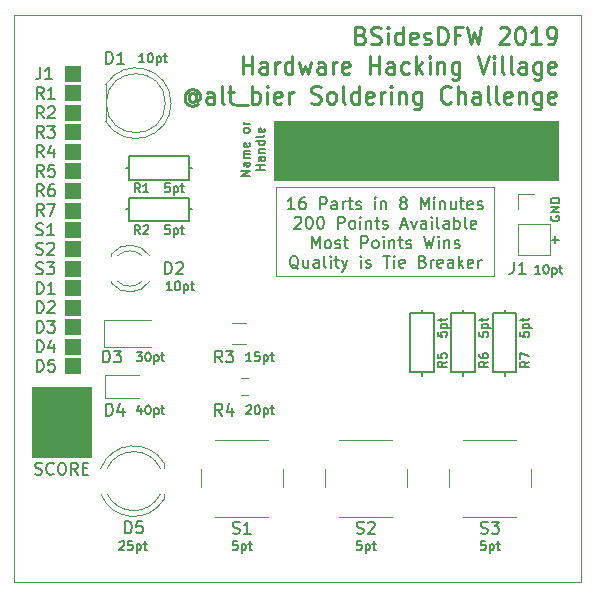
<source format=gbr>
G04 #@! TF.GenerationSoftware,KiCad,Pcbnew,(5.1.0)-1*
G04 #@! TF.CreationDate,2019-10-06T22:43:46-05:00*
G04 #@! TF.ProjectId,HHV_2019_SC,4848565f-3230-4313-995f-53432e6b6963,rev?*
G04 #@! TF.SameCoordinates,Original*
G04 #@! TF.FileFunction,Legend,Top*
G04 #@! TF.FilePolarity,Positive*
%FSLAX46Y46*%
G04 Gerber Fmt 4.6, Leading zero omitted, Abs format (unit mm)*
G04 Created by KiCad (PCBNEW (5.1.0)-1) date 2019-10-06 22:43:46*
%MOMM*%
%LPD*%
G04 APERTURE LIST*
%ADD10C,0.150000*%
%ADD11C,0.100000*%
%ADD12C,0.120000*%
%ADD13C,0.250000*%
%ADD14C,0.050000*%
G04 APERTURE END LIST*
D10*
X91738095Y-88904761D02*
X91880952Y-88952380D01*
X92119047Y-88952380D01*
X92214285Y-88904761D01*
X92261904Y-88857142D01*
X92309523Y-88761904D01*
X92309523Y-88666666D01*
X92261904Y-88571428D01*
X92214285Y-88523809D01*
X92119047Y-88476190D01*
X91928571Y-88428571D01*
X91833333Y-88380952D01*
X91785714Y-88333333D01*
X91738095Y-88238095D01*
X91738095Y-88142857D01*
X91785714Y-88047619D01*
X91833333Y-88000000D01*
X91928571Y-87952380D01*
X92166666Y-87952380D01*
X92309523Y-88000000D01*
X93309523Y-88857142D02*
X93261904Y-88904761D01*
X93119047Y-88952380D01*
X93023809Y-88952380D01*
X92880952Y-88904761D01*
X92785714Y-88809523D01*
X92738095Y-88714285D01*
X92690476Y-88523809D01*
X92690476Y-88380952D01*
X92738095Y-88190476D01*
X92785714Y-88095238D01*
X92880952Y-88000000D01*
X93023809Y-87952380D01*
X93119047Y-87952380D01*
X93261904Y-88000000D01*
X93309523Y-88047619D01*
X93928571Y-87952380D02*
X94119047Y-87952380D01*
X94214285Y-88000000D01*
X94309523Y-88095238D01*
X94357142Y-88285714D01*
X94357142Y-88619047D01*
X94309523Y-88809523D01*
X94214285Y-88904761D01*
X94119047Y-88952380D01*
X93928571Y-88952380D01*
X93833333Y-88904761D01*
X93738095Y-88809523D01*
X93690476Y-88619047D01*
X93690476Y-88285714D01*
X93738095Y-88095238D01*
X93833333Y-88000000D01*
X93928571Y-87952380D01*
X95357142Y-88952380D02*
X95023809Y-88476190D01*
X94785714Y-88952380D02*
X94785714Y-87952380D01*
X95166666Y-87952380D01*
X95261904Y-88000000D01*
X95309523Y-88047619D01*
X95357142Y-88142857D01*
X95357142Y-88285714D01*
X95309523Y-88380952D01*
X95261904Y-88428571D01*
X95166666Y-88476190D01*
X94785714Y-88476190D01*
X95785714Y-88428571D02*
X96119047Y-88428571D01*
X96261904Y-88952380D02*
X95785714Y-88952380D01*
X95785714Y-87952380D01*
X96261904Y-87952380D01*
D11*
G36*
X96500000Y-87500000D02*
G01*
X91500000Y-87500000D01*
X91500000Y-81500000D01*
X96500000Y-81500000D01*
X96500000Y-87500000D01*
G37*
X96500000Y-87500000D02*
X91500000Y-87500000D01*
X91500000Y-81500000D01*
X96500000Y-81500000D01*
X96500000Y-87500000D01*
D10*
X109901785Y-63632142D02*
X109151785Y-63632142D01*
X109901785Y-63203571D01*
X109151785Y-63203571D01*
X109901785Y-62525000D02*
X109508928Y-62525000D01*
X109437500Y-62560714D01*
X109401785Y-62632142D01*
X109401785Y-62775000D01*
X109437500Y-62846428D01*
X109866071Y-62525000D02*
X109901785Y-62596428D01*
X109901785Y-62775000D01*
X109866071Y-62846428D01*
X109794642Y-62882142D01*
X109723214Y-62882142D01*
X109651785Y-62846428D01*
X109616071Y-62775000D01*
X109616071Y-62596428D01*
X109580357Y-62525000D01*
X109901785Y-62167857D02*
X109401785Y-62167857D01*
X109473214Y-62167857D02*
X109437500Y-62132142D01*
X109401785Y-62060714D01*
X109401785Y-61953571D01*
X109437500Y-61882142D01*
X109508928Y-61846428D01*
X109901785Y-61846428D01*
X109508928Y-61846428D02*
X109437500Y-61810714D01*
X109401785Y-61739285D01*
X109401785Y-61632142D01*
X109437500Y-61560714D01*
X109508928Y-61525000D01*
X109901785Y-61525000D01*
X109866071Y-60882142D02*
X109901785Y-60953571D01*
X109901785Y-61096428D01*
X109866071Y-61167857D01*
X109794642Y-61203571D01*
X109508928Y-61203571D01*
X109437500Y-61167857D01*
X109401785Y-61096428D01*
X109401785Y-60953571D01*
X109437500Y-60882142D01*
X109508928Y-60846428D01*
X109580357Y-60846428D01*
X109651785Y-61203571D01*
X109901785Y-59846428D02*
X109866071Y-59917857D01*
X109830357Y-59953571D01*
X109758928Y-59989285D01*
X109544642Y-59989285D01*
X109473214Y-59953571D01*
X109437500Y-59917857D01*
X109401785Y-59846428D01*
X109401785Y-59739285D01*
X109437500Y-59667857D01*
X109473214Y-59632142D01*
X109544642Y-59596428D01*
X109758928Y-59596428D01*
X109830357Y-59632142D01*
X109866071Y-59667857D01*
X109901785Y-59739285D01*
X109901785Y-59846428D01*
X109901785Y-59275000D02*
X109401785Y-59275000D01*
X109544642Y-59275000D02*
X109473214Y-59239285D01*
X109437500Y-59203571D01*
X109401785Y-59132142D01*
X109401785Y-59060714D01*
X111176785Y-63150000D02*
X110426785Y-63150000D01*
X110783928Y-63150000D02*
X110783928Y-62721428D01*
X111176785Y-62721428D02*
X110426785Y-62721428D01*
X111176785Y-62042857D02*
X110783928Y-62042857D01*
X110712500Y-62078571D01*
X110676785Y-62150000D01*
X110676785Y-62292857D01*
X110712500Y-62364285D01*
X111141071Y-62042857D02*
X111176785Y-62114285D01*
X111176785Y-62292857D01*
X111141071Y-62364285D01*
X111069642Y-62400000D01*
X110998214Y-62400000D01*
X110926785Y-62364285D01*
X110891071Y-62292857D01*
X110891071Y-62114285D01*
X110855357Y-62042857D01*
X110676785Y-61685714D02*
X111176785Y-61685714D01*
X110748214Y-61685714D02*
X110712500Y-61650000D01*
X110676785Y-61578571D01*
X110676785Y-61471428D01*
X110712500Y-61400000D01*
X110783928Y-61364285D01*
X111176785Y-61364285D01*
X111176785Y-60685714D02*
X110426785Y-60685714D01*
X111141071Y-60685714D02*
X111176785Y-60757142D01*
X111176785Y-60900000D01*
X111141071Y-60971428D01*
X111105357Y-61007142D01*
X111033928Y-61042857D01*
X110819642Y-61042857D01*
X110748214Y-61007142D01*
X110712500Y-60971428D01*
X110676785Y-60900000D01*
X110676785Y-60757142D01*
X110712500Y-60685714D01*
X111176785Y-60221428D02*
X111141071Y-60292857D01*
X111069642Y-60328571D01*
X110426785Y-60328571D01*
X111141071Y-59650000D02*
X111176785Y-59721428D01*
X111176785Y-59864285D01*
X111141071Y-59935714D01*
X111069642Y-59971428D01*
X110783928Y-59971428D01*
X110712500Y-59935714D01*
X110676785Y-59864285D01*
X110676785Y-59721428D01*
X110712500Y-59650000D01*
X110783928Y-59614285D01*
X110855357Y-59614285D01*
X110926785Y-59971428D01*
D11*
G36*
X136000000Y-64000000D02*
G01*
X112000000Y-64000000D01*
X112000000Y-59000000D01*
X136000000Y-59000000D01*
X136000000Y-64000000D01*
G37*
X136000000Y-64000000D02*
X112000000Y-64000000D01*
X112000000Y-59000000D01*
X136000000Y-59000000D01*
X136000000Y-64000000D01*
D12*
X130600000Y-72100000D02*
X112100000Y-72100000D01*
X130600000Y-64600000D02*
X130600000Y-72100000D01*
X112100000Y-64600000D02*
X130600000Y-64600000D01*
X112100000Y-72100000D02*
X112100000Y-64600000D01*
D11*
G36*
X95550000Y-80350000D02*
G01*
X94300000Y-80350000D01*
X94300000Y-79100000D01*
X95550000Y-79100000D01*
X95550000Y-80350000D01*
G37*
X95550000Y-80350000D02*
X94300000Y-80350000D01*
X94300000Y-79100000D01*
X95550000Y-79100000D01*
X95550000Y-80350000D01*
G36*
X95550000Y-78700000D02*
G01*
X94300000Y-78700000D01*
X94300000Y-77450000D01*
X95550000Y-77450000D01*
X95550000Y-78700000D01*
G37*
X95550000Y-78700000D02*
X94300000Y-78700000D01*
X94300000Y-77450000D01*
X95550000Y-77450000D01*
X95550000Y-78700000D01*
G36*
X95550000Y-77050000D02*
G01*
X94300000Y-77050000D01*
X94300000Y-75800000D01*
X95550000Y-75800000D01*
X95550000Y-77050000D01*
G37*
X95550000Y-77050000D02*
X94300000Y-77050000D01*
X94300000Y-75800000D01*
X95550000Y-75800000D01*
X95550000Y-77050000D01*
G36*
X95550000Y-75400000D02*
G01*
X94300000Y-75400000D01*
X94300000Y-74150000D01*
X95550000Y-74150000D01*
X95550000Y-75400000D01*
G37*
X95550000Y-75400000D02*
X94300000Y-75400000D01*
X94300000Y-74150000D01*
X95550000Y-74150000D01*
X95550000Y-75400000D01*
G36*
X95550000Y-73750000D02*
G01*
X94300000Y-73750000D01*
X94300000Y-72500000D01*
X95550000Y-72500000D01*
X95550000Y-73750000D01*
G37*
X95550000Y-73750000D02*
X94300000Y-73750000D01*
X94300000Y-72500000D01*
X95550000Y-72500000D01*
X95550000Y-73750000D01*
G36*
X95550000Y-72100000D02*
G01*
X94300000Y-72100000D01*
X94300000Y-70850000D01*
X95550000Y-70850000D01*
X95550000Y-72100000D01*
G37*
X95550000Y-72100000D02*
X94300000Y-72100000D01*
X94300000Y-70850000D01*
X95550000Y-70850000D01*
X95550000Y-72100000D01*
G36*
X95550000Y-70450000D02*
G01*
X94300000Y-70450000D01*
X94300000Y-69200000D01*
X95550000Y-69200000D01*
X95550000Y-70450000D01*
G37*
X95550000Y-70450000D02*
X94300000Y-70450000D01*
X94300000Y-69200000D01*
X95550000Y-69200000D01*
X95550000Y-70450000D01*
G36*
X95550000Y-68850000D02*
G01*
X94300000Y-68850000D01*
X94300000Y-67600000D01*
X95550000Y-67600000D01*
X95550000Y-68850000D01*
G37*
X95550000Y-68850000D02*
X94300000Y-68850000D01*
X94300000Y-67600000D01*
X95550000Y-67600000D01*
X95550000Y-68850000D01*
G36*
X95550000Y-67200000D02*
G01*
X94300000Y-67200000D01*
X94300000Y-65950000D01*
X95550000Y-65950000D01*
X95550000Y-67200000D01*
G37*
X95550000Y-67200000D02*
X94300000Y-67200000D01*
X94300000Y-65950000D01*
X95550000Y-65950000D01*
X95550000Y-67200000D01*
G36*
X95550000Y-65500000D02*
G01*
X94300000Y-65500000D01*
X94300000Y-64250000D01*
X95550000Y-64250000D01*
X95550000Y-65500000D01*
G37*
X95550000Y-65500000D02*
X94300000Y-65500000D01*
X94300000Y-64250000D01*
X95550000Y-64250000D01*
X95550000Y-65500000D01*
G36*
X95550000Y-63800000D02*
G01*
X94300000Y-63800000D01*
X94300000Y-62550000D01*
X95550000Y-62550000D01*
X95550000Y-63800000D01*
G37*
X95550000Y-63800000D02*
X94300000Y-63800000D01*
X94300000Y-62550000D01*
X95550000Y-62550000D01*
X95550000Y-63800000D01*
G36*
X95550000Y-62200000D02*
G01*
X94300000Y-62200000D01*
X94300000Y-60950000D01*
X95550000Y-60950000D01*
X95550000Y-62200000D01*
G37*
X95550000Y-62200000D02*
X94300000Y-62200000D01*
X94300000Y-60950000D01*
X95550000Y-60950000D01*
X95550000Y-62200000D01*
G36*
X95550000Y-60550000D02*
G01*
X94300000Y-60550000D01*
X94300000Y-59300000D01*
X95550000Y-59300000D01*
X95550000Y-60550000D01*
G37*
X95550000Y-60550000D02*
X94300000Y-60550000D01*
X94300000Y-59300000D01*
X95550000Y-59300000D01*
X95550000Y-60550000D01*
G36*
X95550000Y-58900000D02*
G01*
X94300000Y-58900000D01*
X94300000Y-57650000D01*
X95550000Y-57650000D01*
X95550000Y-58900000D01*
G37*
X95550000Y-58900000D02*
X94300000Y-58900000D01*
X94300000Y-57650000D01*
X95550000Y-57650000D01*
X95550000Y-58900000D01*
G36*
X95550000Y-57250000D02*
G01*
X94300000Y-57250000D01*
X94300000Y-56000000D01*
X95550000Y-56000000D01*
X95550000Y-57250000D01*
G37*
X95550000Y-57250000D02*
X94300000Y-57250000D01*
X94300000Y-56000000D01*
X95550000Y-56000000D01*
X95550000Y-57250000D01*
G36*
X95550000Y-55600000D02*
G01*
X94300000Y-55600000D01*
X94300000Y-54350000D01*
X95550000Y-54350000D01*
X95550000Y-55600000D01*
G37*
X95550000Y-55600000D02*
X94300000Y-55600000D01*
X94300000Y-54350000D01*
X95550000Y-54350000D01*
X95550000Y-55600000D01*
D10*
X92171309Y-54477380D02*
X92171309Y-55191666D01*
X92123690Y-55334523D01*
X92028452Y-55429761D01*
X91885595Y-55477380D01*
X91790357Y-55477380D01*
X93171309Y-55477380D02*
X92599880Y-55477380D01*
X92885595Y-55477380D02*
X92885595Y-54477380D01*
X92790357Y-54620238D01*
X92695119Y-54715476D01*
X92599880Y-54763095D01*
X92457023Y-57127380D02*
X92123690Y-56651190D01*
X91885595Y-57127380D02*
X91885595Y-56127380D01*
X92266547Y-56127380D01*
X92361785Y-56175000D01*
X92409404Y-56222619D01*
X92457023Y-56317857D01*
X92457023Y-56460714D01*
X92409404Y-56555952D01*
X92361785Y-56603571D01*
X92266547Y-56651190D01*
X91885595Y-56651190D01*
X93409404Y-57127380D02*
X92837976Y-57127380D01*
X93123690Y-57127380D02*
X93123690Y-56127380D01*
X93028452Y-56270238D01*
X92933214Y-56365476D01*
X92837976Y-56413095D01*
X92457023Y-58777380D02*
X92123690Y-58301190D01*
X91885595Y-58777380D02*
X91885595Y-57777380D01*
X92266547Y-57777380D01*
X92361785Y-57825000D01*
X92409404Y-57872619D01*
X92457023Y-57967857D01*
X92457023Y-58110714D01*
X92409404Y-58205952D01*
X92361785Y-58253571D01*
X92266547Y-58301190D01*
X91885595Y-58301190D01*
X92837976Y-57872619D02*
X92885595Y-57825000D01*
X92980833Y-57777380D01*
X93218928Y-57777380D01*
X93314166Y-57825000D01*
X93361785Y-57872619D01*
X93409404Y-57967857D01*
X93409404Y-58063095D01*
X93361785Y-58205952D01*
X92790357Y-58777380D01*
X93409404Y-58777380D01*
X92457023Y-60427380D02*
X92123690Y-59951190D01*
X91885595Y-60427380D02*
X91885595Y-59427380D01*
X92266547Y-59427380D01*
X92361785Y-59475000D01*
X92409404Y-59522619D01*
X92457023Y-59617857D01*
X92457023Y-59760714D01*
X92409404Y-59855952D01*
X92361785Y-59903571D01*
X92266547Y-59951190D01*
X91885595Y-59951190D01*
X92790357Y-59427380D02*
X93409404Y-59427380D01*
X93076071Y-59808333D01*
X93218928Y-59808333D01*
X93314166Y-59855952D01*
X93361785Y-59903571D01*
X93409404Y-59998809D01*
X93409404Y-60236904D01*
X93361785Y-60332142D01*
X93314166Y-60379761D01*
X93218928Y-60427380D01*
X92933214Y-60427380D01*
X92837976Y-60379761D01*
X92790357Y-60332142D01*
X92457023Y-62077380D02*
X92123690Y-61601190D01*
X91885595Y-62077380D02*
X91885595Y-61077380D01*
X92266547Y-61077380D01*
X92361785Y-61125000D01*
X92409404Y-61172619D01*
X92457023Y-61267857D01*
X92457023Y-61410714D01*
X92409404Y-61505952D01*
X92361785Y-61553571D01*
X92266547Y-61601190D01*
X91885595Y-61601190D01*
X93314166Y-61410714D02*
X93314166Y-62077380D01*
X93076071Y-61029761D02*
X92837976Y-61744047D01*
X93457023Y-61744047D01*
X92457023Y-63727380D02*
X92123690Y-63251190D01*
X91885595Y-63727380D02*
X91885595Y-62727380D01*
X92266547Y-62727380D01*
X92361785Y-62775000D01*
X92409404Y-62822619D01*
X92457023Y-62917857D01*
X92457023Y-63060714D01*
X92409404Y-63155952D01*
X92361785Y-63203571D01*
X92266547Y-63251190D01*
X91885595Y-63251190D01*
X93361785Y-62727380D02*
X92885595Y-62727380D01*
X92837976Y-63203571D01*
X92885595Y-63155952D01*
X92980833Y-63108333D01*
X93218928Y-63108333D01*
X93314166Y-63155952D01*
X93361785Y-63203571D01*
X93409404Y-63298809D01*
X93409404Y-63536904D01*
X93361785Y-63632142D01*
X93314166Y-63679761D01*
X93218928Y-63727380D01*
X92980833Y-63727380D01*
X92885595Y-63679761D01*
X92837976Y-63632142D01*
X92457023Y-65377380D02*
X92123690Y-64901190D01*
X91885595Y-65377380D02*
X91885595Y-64377380D01*
X92266547Y-64377380D01*
X92361785Y-64425000D01*
X92409404Y-64472619D01*
X92457023Y-64567857D01*
X92457023Y-64710714D01*
X92409404Y-64805952D01*
X92361785Y-64853571D01*
X92266547Y-64901190D01*
X91885595Y-64901190D01*
X93314166Y-64377380D02*
X93123690Y-64377380D01*
X93028452Y-64425000D01*
X92980833Y-64472619D01*
X92885595Y-64615476D01*
X92837976Y-64805952D01*
X92837976Y-65186904D01*
X92885595Y-65282142D01*
X92933214Y-65329761D01*
X93028452Y-65377380D01*
X93218928Y-65377380D01*
X93314166Y-65329761D01*
X93361785Y-65282142D01*
X93409404Y-65186904D01*
X93409404Y-64948809D01*
X93361785Y-64853571D01*
X93314166Y-64805952D01*
X93218928Y-64758333D01*
X93028452Y-64758333D01*
X92933214Y-64805952D01*
X92885595Y-64853571D01*
X92837976Y-64948809D01*
X92457023Y-67027380D02*
X92123690Y-66551190D01*
X91885595Y-67027380D02*
X91885595Y-66027380D01*
X92266547Y-66027380D01*
X92361785Y-66075000D01*
X92409404Y-66122619D01*
X92457023Y-66217857D01*
X92457023Y-66360714D01*
X92409404Y-66455952D01*
X92361785Y-66503571D01*
X92266547Y-66551190D01*
X91885595Y-66551190D01*
X92790357Y-66027380D02*
X93457023Y-66027380D01*
X93028452Y-67027380D01*
X91837976Y-68629761D02*
X91980833Y-68677380D01*
X92218928Y-68677380D01*
X92314166Y-68629761D01*
X92361785Y-68582142D01*
X92409404Y-68486904D01*
X92409404Y-68391666D01*
X92361785Y-68296428D01*
X92314166Y-68248809D01*
X92218928Y-68201190D01*
X92028452Y-68153571D01*
X91933214Y-68105952D01*
X91885595Y-68058333D01*
X91837976Y-67963095D01*
X91837976Y-67867857D01*
X91885595Y-67772619D01*
X91933214Y-67725000D01*
X92028452Y-67677380D01*
X92266547Y-67677380D01*
X92409404Y-67725000D01*
X93361785Y-68677380D02*
X92790357Y-68677380D01*
X93076071Y-68677380D02*
X93076071Y-67677380D01*
X92980833Y-67820238D01*
X92885595Y-67915476D01*
X92790357Y-67963095D01*
X91837976Y-70279761D02*
X91980833Y-70327380D01*
X92218928Y-70327380D01*
X92314166Y-70279761D01*
X92361785Y-70232142D01*
X92409404Y-70136904D01*
X92409404Y-70041666D01*
X92361785Y-69946428D01*
X92314166Y-69898809D01*
X92218928Y-69851190D01*
X92028452Y-69803571D01*
X91933214Y-69755952D01*
X91885595Y-69708333D01*
X91837976Y-69613095D01*
X91837976Y-69517857D01*
X91885595Y-69422619D01*
X91933214Y-69375000D01*
X92028452Y-69327380D01*
X92266547Y-69327380D01*
X92409404Y-69375000D01*
X92790357Y-69422619D02*
X92837976Y-69375000D01*
X92933214Y-69327380D01*
X93171309Y-69327380D01*
X93266547Y-69375000D01*
X93314166Y-69422619D01*
X93361785Y-69517857D01*
X93361785Y-69613095D01*
X93314166Y-69755952D01*
X92742738Y-70327380D01*
X93361785Y-70327380D01*
X91837976Y-71929761D02*
X91980833Y-71977380D01*
X92218928Y-71977380D01*
X92314166Y-71929761D01*
X92361785Y-71882142D01*
X92409404Y-71786904D01*
X92409404Y-71691666D01*
X92361785Y-71596428D01*
X92314166Y-71548809D01*
X92218928Y-71501190D01*
X92028452Y-71453571D01*
X91933214Y-71405952D01*
X91885595Y-71358333D01*
X91837976Y-71263095D01*
X91837976Y-71167857D01*
X91885595Y-71072619D01*
X91933214Y-71025000D01*
X92028452Y-70977380D01*
X92266547Y-70977380D01*
X92409404Y-71025000D01*
X92742738Y-70977380D02*
X93361785Y-70977380D01*
X93028452Y-71358333D01*
X93171309Y-71358333D01*
X93266547Y-71405952D01*
X93314166Y-71453571D01*
X93361785Y-71548809D01*
X93361785Y-71786904D01*
X93314166Y-71882142D01*
X93266547Y-71929761D01*
X93171309Y-71977380D01*
X92885595Y-71977380D01*
X92790357Y-71929761D01*
X92742738Y-71882142D01*
X91885595Y-73627380D02*
X91885595Y-72627380D01*
X92123690Y-72627380D01*
X92266547Y-72675000D01*
X92361785Y-72770238D01*
X92409404Y-72865476D01*
X92457023Y-73055952D01*
X92457023Y-73198809D01*
X92409404Y-73389285D01*
X92361785Y-73484523D01*
X92266547Y-73579761D01*
X92123690Y-73627380D01*
X91885595Y-73627380D01*
X93409404Y-73627380D02*
X92837976Y-73627380D01*
X93123690Y-73627380D02*
X93123690Y-72627380D01*
X93028452Y-72770238D01*
X92933214Y-72865476D01*
X92837976Y-72913095D01*
X91885595Y-75277380D02*
X91885595Y-74277380D01*
X92123690Y-74277380D01*
X92266547Y-74325000D01*
X92361785Y-74420238D01*
X92409404Y-74515476D01*
X92457023Y-74705952D01*
X92457023Y-74848809D01*
X92409404Y-75039285D01*
X92361785Y-75134523D01*
X92266547Y-75229761D01*
X92123690Y-75277380D01*
X91885595Y-75277380D01*
X92837976Y-74372619D02*
X92885595Y-74325000D01*
X92980833Y-74277380D01*
X93218928Y-74277380D01*
X93314166Y-74325000D01*
X93361785Y-74372619D01*
X93409404Y-74467857D01*
X93409404Y-74563095D01*
X93361785Y-74705952D01*
X92790357Y-75277380D01*
X93409404Y-75277380D01*
X91885595Y-76927380D02*
X91885595Y-75927380D01*
X92123690Y-75927380D01*
X92266547Y-75975000D01*
X92361785Y-76070238D01*
X92409404Y-76165476D01*
X92457023Y-76355952D01*
X92457023Y-76498809D01*
X92409404Y-76689285D01*
X92361785Y-76784523D01*
X92266547Y-76879761D01*
X92123690Y-76927380D01*
X91885595Y-76927380D01*
X92790357Y-75927380D02*
X93409404Y-75927380D01*
X93076071Y-76308333D01*
X93218928Y-76308333D01*
X93314166Y-76355952D01*
X93361785Y-76403571D01*
X93409404Y-76498809D01*
X93409404Y-76736904D01*
X93361785Y-76832142D01*
X93314166Y-76879761D01*
X93218928Y-76927380D01*
X92933214Y-76927380D01*
X92837976Y-76879761D01*
X92790357Y-76832142D01*
X91885595Y-78577380D02*
X91885595Y-77577380D01*
X92123690Y-77577380D01*
X92266547Y-77625000D01*
X92361785Y-77720238D01*
X92409404Y-77815476D01*
X92457023Y-78005952D01*
X92457023Y-78148809D01*
X92409404Y-78339285D01*
X92361785Y-78434523D01*
X92266547Y-78529761D01*
X92123690Y-78577380D01*
X91885595Y-78577380D01*
X93314166Y-77910714D02*
X93314166Y-78577380D01*
X93076071Y-77529761D02*
X92837976Y-78244047D01*
X93457023Y-78244047D01*
X91885595Y-80227380D02*
X91885595Y-79227380D01*
X92123690Y-79227380D01*
X92266547Y-79275000D01*
X92361785Y-79370238D01*
X92409404Y-79465476D01*
X92457023Y-79655952D01*
X92457023Y-79798809D01*
X92409404Y-79989285D01*
X92361785Y-80084523D01*
X92266547Y-80179761D01*
X92123690Y-80227380D01*
X91885595Y-80227380D01*
X93361785Y-79227380D02*
X92885595Y-79227380D01*
X92837976Y-79703571D01*
X92885595Y-79655952D01*
X92980833Y-79608333D01*
X93218928Y-79608333D01*
X93314166Y-79655952D01*
X93361785Y-79703571D01*
X93409404Y-79798809D01*
X93409404Y-80036904D01*
X93361785Y-80132142D01*
X93314166Y-80179761D01*
X93218928Y-80227380D01*
X92980833Y-80227380D01*
X92885595Y-80179761D01*
X92837976Y-80132142D01*
X113733333Y-66477380D02*
X113161904Y-66477380D01*
X113447619Y-66477380D02*
X113447619Y-65477380D01*
X113352380Y-65620238D01*
X113257142Y-65715476D01*
X113161904Y-65763095D01*
X114590476Y-65477380D02*
X114400000Y-65477380D01*
X114304761Y-65525000D01*
X114257142Y-65572619D01*
X114161904Y-65715476D01*
X114114285Y-65905952D01*
X114114285Y-66286904D01*
X114161904Y-66382142D01*
X114209523Y-66429761D01*
X114304761Y-66477380D01*
X114495238Y-66477380D01*
X114590476Y-66429761D01*
X114638095Y-66382142D01*
X114685714Y-66286904D01*
X114685714Y-66048809D01*
X114638095Y-65953571D01*
X114590476Y-65905952D01*
X114495238Y-65858333D01*
X114304761Y-65858333D01*
X114209523Y-65905952D01*
X114161904Y-65953571D01*
X114114285Y-66048809D01*
X115876190Y-66477380D02*
X115876190Y-65477380D01*
X116257142Y-65477380D01*
X116352380Y-65525000D01*
X116400000Y-65572619D01*
X116447619Y-65667857D01*
X116447619Y-65810714D01*
X116400000Y-65905952D01*
X116352380Y-65953571D01*
X116257142Y-66001190D01*
X115876190Y-66001190D01*
X117304761Y-66477380D02*
X117304761Y-65953571D01*
X117257142Y-65858333D01*
X117161904Y-65810714D01*
X116971428Y-65810714D01*
X116876190Y-65858333D01*
X117304761Y-66429761D02*
X117209523Y-66477380D01*
X116971428Y-66477380D01*
X116876190Y-66429761D01*
X116828571Y-66334523D01*
X116828571Y-66239285D01*
X116876190Y-66144047D01*
X116971428Y-66096428D01*
X117209523Y-66096428D01*
X117304761Y-66048809D01*
X117780952Y-66477380D02*
X117780952Y-65810714D01*
X117780952Y-66001190D02*
X117828571Y-65905952D01*
X117876190Y-65858333D01*
X117971428Y-65810714D01*
X118066666Y-65810714D01*
X118257142Y-65810714D02*
X118638095Y-65810714D01*
X118400000Y-65477380D02*
X118400000Y-66334523D01*
X118447619Y-66429761D01*
X118542857Y-66477380D01*
X118638095Y-66477380D01*
X118923809Y-66429761D02*
X119019047Y-66477380D01*
X119209523Y-66477380D01*
X119304761Y-66429761D01*
X119352380Y-66334523D01*
X119352380Y-66286904D01*
X119304761Y-66191666D01*
X119209523Y-66144047D01*
X119066666Y-66144047D01*
X118971428Y-66096428D01*
X118923809Y-66001190D01*
X118923809Y-65953571D01*
X118971428Y-65858333D01*
X119066666Y-65810714D01*
X119209523Y-65810714D01*
X119304761Y-65858333D01*
X120542857Y-66477380D02*
X120542857Y-65810714D01*
X120542857Y-65477380D02*
X120495238Y-65525000D01*
X120542857Y-65572619D01*
X120590476Y-65525000D01*
X120542857Y-65477380D01*
X120542857Y-65572619D01*
X121019047Y-65810714D02*
X121019047Y-66477380D01*
X121019047Y-65905952D02*
X121066666Y-65858333D01*
X121161904Y-65810714D01*
X121304761Y-65810714D01*
X121400000Y-65858333D01*
X121447619Y-65953571D01*
X121447619Y-66477380D01*
X122828571Y-65905952D02*
X122733333Y-65858333D01*
X122685714Y-65810714D01*
X122638095Y-65715476D01*
X122638095Y-65667857D01*
X122685714Y-65572619D01*
X122733333Y-65525000D01*
X122828571Y-65477380D01*
X123019047Y-65477380D01*
X123114285Y-65525000D01*
X123161904Y-65572619D01*
X123209523Y-65667857D01*
X123209523Y-65715476D01*
X123161904Y-65810714D01*
X123114285Y-65858333D01*
X123019047Y-65905952D01*
X122828571Y-65905952D01*
X122733333Y-65953571D01*
X122685714Y-66001190D01*
X122638095Y-66096428D01*
X122638095Y-66286904D01*
X122685714Y-66382142D01*
X122733333Y-66429761D01*
X122828571Y-66477380D01*
X123019047Y-66477380D01*
X123114285Y-66429761D01*
X123161904Y-66382142D01*
X123209523Y-66286904D01*
X123209523Y-66096428D01*
X123161904Y-66001190D01*
X123114285Y-65953571D01*
X123019047Y-65905952D01*
X124400000Y-66477380D02*
X124400000Y-65477380D01*
X124733333Y-66191666D01*
X125066666Y-65477380D01*
X125066666Y-66477380D01*
X125542857Y-66477380D02*
X125542857Y-65810714D01*
X125542857Y-65477380D02*
X125495238Y-65525000D01*
X125542857Y-65572619D01*
X125590476Y-65525000D01*
X125542857Y-65477380D01*
X125542857Y-65572619D01*
X126019047Y-65810714D02*
X126019047Y-66477380D01*
X126019047Y-65905952D02*
X126066666Y-65858333D01*
X126161904Y-65810714D01*
X126304761Y-65810714D01*
X126399999Y-65858333D01*
X126447619Y-65953571D01*
X126447619Y-66477380D01*
X127352380Y-65810714D02*
X127352380Y-66477380D01*
X126923809Y-65810714D02*
X126923809Y-66334523D01*
X126971428Y-66429761D01*
X127066666Y-66477380D01*
X127209523Y-66477380D01*
X127304761Y-66429761D01*
X127352380Y-66382142D01*
X127685714Y-65810714D02*
X128066666Y-65810714D01*
X127828571Y-65477380D02*
X127828571Y-66334523D01*
X127876190Y-66429761D01*
X127971428Y-66477380D01*
X128066666Y-66477380D01*
X128780952Y-66429761D02*
X128685714Y-66477380D01*
X128495238Y-66477380D01*
X128399999Y-66429761D01*
X128352380Y-66334523D01*
X128352380Y-65953571D01*
X128399999Y-65858333D01*
X128495238Y-65810714D01*
X128685714Y-65810714D01*
X128780952Y-65858333D01*
X128828571Y-65953571D01*
X128828571Y-66048809D01*
X128352380Y-66144047D01*
X129209523Y-66429761D02*
X129304761Y-66477380D01*
X129495238Y-66477380D01*
X129590476Y-66429761D01*
X129638095Y-66334523D01*
X129638095Y-66286904D01*
X129590476Y-66191666D01*
X129495238Y-66144047D01*
X129352380Y-66144047D01*
X129257142Y-66096428D01*
X129209523Y-66001190D01*
X129209523Y-65953571D01*
X129257142Y-65858333D01*
X129352380Y-65810714D01*
X129495238Y-65810714D01*
X129590476Y-65858333D01*
X113709523Y-67222619D02*
X113757142Y-67175000D01*
X113852380Y-67127380D01*
X114090476Y-67127380D01*
X114185714Y-67175000D01*
X114233333Y-67222619D01*
X114280952Y-67317857D01*
X114280952Y-67413095D01*
X114233333Y-67555952D01*
X113661904Y-68127380D01*
X114280952Y-68127380D01*
X114900000Y-67127380D02*
X114995238Y-67127380D01*
X115090476Y-67175000D01*
X115138095Y-67222619D01*
X115185714Y-67317857D01*
X115233333Y-67508333D01*
X115233333Y-67746428D01*
X115185714Y-67936904D01*
X115138095Y-68032142D01*
X115090476Y-68079761D01*
X114995238Y-68127380D01*
X114900000Y-68127380D01*
X114804761Y-68079761D01*
X114757142Y-68032142D01*
X114709523Y-67936904D01*
X114661904Y-67746428D01*
X114661904Y-67508333D01*
X114709523Y-67317857D01*
X114757142Y-67222619D01*
X114804761Y-67175000D01*
X114900000Y-67127380D01*
X115852380Y-67127380D02*
X115947619Y-67127380D01*
X116042857Y-67175000D01*
X116090476Y-67222619D01*
X116138095Y-67317857D01*
X116185714Y-67508333D01*
X116185714Y-67746428D01*
X116138095Y-67936904D01*
X116090476Y-68032142D01*
X116042857Y-68079761D01*
X115947619Y-68127380D01*
X115852380Y-68127380D01*
X115757142Y-68079761D01*
X115709523Y-68032142D01*
X115661904Y-67936904D01*
X115614285Y-67746428D01*
X115614285Y-67508333D01*
X115661904Y-67317857D01*
X115709523Y-67222619D01*
X115757142Y-67175000D01*
X115852380Y-67127380D01*
X117376190Y-68127380D02*
X117376190Y-67127380D01*
X117757142Y-67127380D01*
X117852380Y-67175000D01*
X117900000Y-67222619D01*
X117947619Y-67317857D01*
X117947619Y-67460714D01*
X117900000Y-67555952D01*
X117852380Y-67603571D01*
X117757142Y-67651190D01*
X117376190Y-67651190D01*
X118519047Y-68127380D02*
X118423809Y-68079761D01*
X118376190Y-68032142D01*
X118328571Y-67936904D01*
X118328571Y-67651190D01*
X118376190Y-67555952D01*
X118423809Y-67508333D01*
X118519047Y-67460714D01*
X118661904Y-67460714D01*
X118757142Y-67508333D01*
X118804761Y-67555952D01*
X118852380Y-67651190D01*
X118852380Y-67936904D01*
X118804761Y-68032142D01*
X118757142Y-68079761D01*
X118661904Y-68127380D01*
X118519047Y-68127380D01*
X119280952Y-68127380D02*
X119280952Y-67460714D01*
X119280952Y-67127380D02*
X119233333Y-67175000D01*
X119280952Y-67222619D01*
X119328571Y-67175000D01*
X119280952Y-67127380D01*
X119280952Y-67222619D01*
X119757142Y-67460714D02*
X119757142Y-68127380D01*
X119757142Y-67555952D02*
X119804761Y-67508333D01*
X119899999Y-67460714D01*
X120042857Y-67460714D01*
X120138095Y-67508333D01*
X120185714Y-67603571D01*
X120185714Y-68127380D01*
X120519047Y-67460714D02*
X120899999Y-67460714D01*
X120661904Y-67127380D02*
X120661904Y-67984523D01*
X120709523Y-68079761D01*
X120804761Y-68127380D01*
X120899999Y-68127380D01*
X121185714Y-68079761D02*
X121280952Y-68127380D01*
X121471428Y-68127380D01*
X121566666Y-68079761D01*
X121614285Y-67984523D01*
X121614285Y-67936904D01*
X121566666Y-67841666D01*
X121471428Y-67794047D01*
X121328571Y-67794047D01*
X121233333Y-67746428D01*
X121185714Y-67651190D01*
X121185714Y-67603571D01*
X121233333Y-67508333D01*
X121328571Y-67460714D01*
X121471428Y-67460714D01*
X121566666Y-67508333D01*
X122757142Y-67841666D02*
X123233333Y-67841666D01*
X122661904Y-68127380D02*
X122995238Y-67127380D01*
X123328571Y-68127380D01*
X123566666Y-67460714D02*
X123804761Y-68127380D01*
X124042857Y-67460714D01*
X124852380Y-68127380D02*
X124852380Y-67603571D01*
X124804761Y-67508333D01*
X124709523Y-67460714D01*
X124519047Y-67460714D01*
X124423809Y-67508333D01*
X124852380Y-68079761D02*
X124757142Y-68127380D01*
X124519047Y-68127380D01*
X124423809Y-68079761D01*
X124376190Y-67984523D01*
X124376190Y-67889285D01*
X124423809Y-67794047D01*
X124519047Y-67746428D01*
X124757142Y-67746428D01*
X124852380Y-67698809D01*
X125328571Y-68127380D02*
X125328571Y-67460714D01*
X125328571Y-67127380D02*
X125280952Y-67175000D01*
X125328571Y-67222619D01*
X125376190Y-67175000D01*
X125328571Y-67127380D01*
X125328571Y-67222619D01*
X125947619Y-68127380D02*
X125852380Y-68079761D01*
X125804761Y-67984523D01*
X125804761Y-67127380D01*
X126757142Y-68127380D02*
X126757142Y-67603571D01*
X126709523Y-67508333D01*
X126614285Y-67460714D01*
X126423809Y-67460714D01*
X126328571Y-67508333D01*
X126757142Y-68079761D02*
X126661904Y-68127380D01*
X126423809Y-68127380D01*
X126328571Y-68079761D01*
X126280952Y-67984523D01*
X126280952Y-67889285D01*
X126328571Y-67794047D01*
X126423809Y-67746428D01*
X126661904Y-67746428D01*
X126757142Y-67698809D01*
X127233333Y-68127380D02*
X127233333Y-67127380D01*
X127233333Y-67508333D02*
X127328571Y-67460714D01*
X127519047Y-67460714D01*
X127614285Y-67508333D01*
X127661904Y-67555952D01*
X127709523Y-67651190D01*
X127709523Y-67936904D01*
X127661904Y-68032142D01*
X127614285Y-68079761D01*
X127519047Y-68127380D01*
X127328571Y-68127380D01*
X127233333Y-68079761D01*
X128280952Y-68127380D02*
X128185714Y-68079761D01*
X128138095Y-67984523D01*
X128138095Y-67127380D01*
X129042857Y-68079761D02*
X128947619Y-68127380D01*
X128757142Y-68127380D01*
X128661904Y-68079761D01*
X128614285Y-67984523D01*
X128614285Y-67603571D01*
X128661904Y-67508333D01*
X128757142Y-67460714D01*
X128947619Y-67460714D01*
X129042857Y-67508333D01*
X129090476Y-67603571D01*
X129090476Y-67698809D01*
X128614285Y-67794047D01*
X115161904Y-69777380D02*
X115161904Y-68777380D01*
X115495238Y-69491666D01*
X115828571Y-68777380D01*
X115828571Y-69777380D01*
X116447619Y-69777380D02*
X116352380Y-69729761D01*
X116304761Y-69682142D01*
X116257142Y-69586904D01*
X116257142Y-69301190D01*
X116304761Y-69205952D01*
X116352380Y-69158333D01*
X116447619Y-69110714D01*
X116590476Y-69110714D01*
X116685714Y-69158333D01*
X116733333Y-69205952D01*
X116780952Y-69301190D01*
X116780952Y-69586904D01*
X116733333Y-69682142D01*
X116685714Y-69729761D01*
X116590476Y-69777380D01*
X116447619Y-69777380D01*
X117161904Y-69729761D02*
X117257142Y-69777380D01*
X117447619Y-69777380D01*
X117542857Y-69729761D01*
X117590476Y-69634523D01*
X117590476Y-69586904D01*
X117542857Y-69491666D01*
X117447619Y-69444047D01*
X117304761Y-69444047D01*
X117209523Y-69396428D01*
X117161904Y-69301190D01*
X117161904Y-69253571D01*
X117209523Y-69158333D01*
X117304761Y-69110714D01*
X117447619Y-69110714D01*
X117542857Y-69158333D01*
X117876190Y-69110714D02*
X118257142Y-69110714D01*
X118019047Y-68777380D02*
X118019047Y-69634523D01*
X118066666Y-69729761D01*
X118161904Y-69777380D01*
X118257142Y-69777380D01*
X119352380Y-69777380D02*
X119352380Y-68777380D01*
X119733333Y-68777380D01*
X119828571Y-68825000D01*
X119876190Y-68872619D01*
X119923809Y-68967857D01*
X119923809Y-69110714D01*
X119876190Y-69205952D01*
X119828571Y-69253571D01*
X119733333Y-69301190D01*
X119352380Y-69301190D01*
X120495238Y-69777380D02*
X120400000Y-69729761D01*
X120352380Y-69682142D01*
X120304761Y-69586904D01*
X120304761Y-69301190D01*
X120352380Y-69205952D01*
X120400000Y-69158333D01*
X120495238Y-69110714D01*
X120638095Y-69110714D01*
X120733333Y-69158333D01*
X120780952Y-69205952D01*
X120828571Y-69301190D01*
X120828571Y-69586904D01*
X120780952Y-69682142D01*
X120733333Y-69729761D01*
X120638095Y-69777380D01*
X120495238Y-69777380D01*
X121257142Y-69777380D02*
X121257142Y-69110714D01*
X121257142Y-68777380D02*
X121209523Y-68825000D01*
X121257142Y-68872619D01*
X121304761Y-68825000D01*
X121257142Y-68777380D01*
X121257142Y-68872619D01*
X121733333Y-69110714D02*
X121733333Y-69777380D01*
X121733333Y-69205952D02*
X121780952Y-69158333D01*
X121876190Y-69110714D01*
X122019047Y-69110714D01*
X122114285Y-69158333D01*
X122161904Y-69253571D01*
X122161904Y-69777380D01*
X122495238Y-69110714D02*
X122876190Y-69110714D01*
X122638095Y-68777380D02*
X122638095Y-69634523D01*
X122685714Y-69729761D01*
X122780952Y-69777380D01*
X122876190Y-69777380D01*
X123161904Y-69729761D02*
X123257142Y-69777380D01*
X123447619Y-69777380D01*
X123542857Y-69729761D01*
X123590476Y-69634523D01*
X123590476Y-69586904D01*
X123542857Y-69491666D01*
X123447619Y-69444047D01*
X123304761Y-69444047D01*
X123209523Y-69396428D01*
X123161904Y-69301190D01*
X123161904Y-69253571D01*
X123209523Y-69158333D01*
X123304761Y-69110714D01*
X123447619Y-69110714D01*
X123542857Y-69158333D01*
X124685714Y-68777380D02*
X124923809Y-69777380D01*
X125114285Y-69063095D01*
X125304761Y-69777380D01*
X125542857Y-68777380D01*
X125923809Y-69777380D02*
X125923809Y-69110714D01*
X125923809Y-68777380D02*
X125876190Y-68825000D01*
X125923809Y-68872619D01*
X125971428Y-68825000D01*
X125923809Y-68777380D01*
X125923809Y-68872619D01*
X126400000Y-69110714D02*
X126400000Y-69777380D01*
X126400000Y-69205952D02*
X126447619Y-69158333D01*
X126542857Y-69110714D01*
X126685714Y-69110714D01*
X126780952Y-69158333D01*
X126828571Y-69253571D01*
X126828571Y-69777380D01*
X127257142Y-69729761D02*
X127352380Y-69777380D01*
X127542857Y-69777380D01*
X127638095Y-69729761D01*
X127685714Y-69634523D01*
X127685714Y-69586904D01*
X127638095Y-69491666D01*
X127542857Y-69444047D01*
X127400000Y-69444047D01*
X127304761Y-69396428D01*
X127257142Y-69301190D01*
X127257142Y-69253571D01*
X127304761Y-69158333D01*
X127400000Y-69110714D01*
X127542857Y-69110714D01*
X127638095Y-69158333D01*
X114042857Y-71522619D02*
X113947619Y-71475000D01*
X113852380Y-71379761D01*
X113709523Y-71236904D01*
X113614285Y-71189285D01*
X113519047Y-71189285D01*
X113566666Y-71427380D02*
X113471428Y-71379761D01*
X113376190Y-71284523D01*
X113328571Y-71094047D01*
X113328571Y-70760714D01*
X113376190Y-70570238D01*
X113471428Y-70475000D01*
X113566666Y-70427380D01*
X113757142Y-70427380D01*
X113852380Y-70475000D01*
X113947619Y-70570238D01*
X113995238Y-70760714D01*
X113995238Y-71094047D01*
X113947619Y-71284523D01*
X113852380Y-71379761D01*
X113757142Y-71427380D01*
X113566666Y-71427380D01*
X114852380Y-70760714D02*
X114852380Y-71427380D01*
X114423809Y-70760714D02*
X114423809Y-71284523D01*
X114471428Y-71379761D01*
X114566666Y-71427380D01*
X114709523Y-71427380D01*
X114804761Y-71379761D01*
X114852380Y-71332142D01*
X115757142Y-71427380D02*
X115757142Y-70903571D01*
X115709523Y-70808333D01*
X115614285Y-70760714D01*
X115423809Y-70760714D01*
X115328571Y-70808333D01*
X115757142Y-71379761D02*
X115661904Y-71427380D01*
X115423809Y-71427380D01*
X115328571Y-71379761D01*
X115280952Y-71284523D01*
X115280952Y-71189285D01*
X115328571Y-71094047D01*
X115423809Y-71046428D01*
X115661904Y-71046428D01*
X115757142Y-70998809D01*
X116376190Y-71427380D02*
X116280952Y-71379761D01*
X116233333Y-71284523D01*
X116233333Y-70427380D01*
X116757142Y-71427380D02*
X116757142Y-70760714D01*
X116757142Y-70427380D02*
X116709523Y-70475000D01*
X116757142Y-70522619D01*
X116804761Y-70475000D01*
X116757142Y-70427380D01*
X116757142Y-70522619D01*
X117090476Y-70760714D02*
X117471428Y-70760714D01*
X117233333Y-70427380D02*
X117233333Y-71284523D01*
X117280952Y-71379761D01*
X117376190Y-71427380D01*
X117471428Y-71427380D01*
X117709523Y-70760714D02*
X117947619Y-71427380D01*
X118185714Y-70760714D02*
X117947619Y-71427380D01*
X117852380Y-71665476D01*
X117804761Y-71713095D01*
X117709523Y-71760714D01*
X119328571Y-71427380D02*
X119328571Y-70760714D01*
X119328571Y-70427380D02*
X119280952Y-70475000D01*
X119328571Y-70522619D01*
X119376190Y-70475000D01*
X119328571Y-70427380D01*
X119328571Y-70522619D01*
X119757142Y-71379761D02*
X119852380Y-71427380D01*
X120042857Y-71427380D01*
X120138095Y-71379761D01*
X120185714Y-71284523D01*
X120185714Y-71236904D01*
X120138095Y-71141666D01*
X120042857Y-71094047D01*
X119900000Y-71094047D01*
X119804761Y-71046428D01*
X119757142Y-70951190D01*
X119757142Y-70903571D01*
X119804761Y-70808333D01*
X119900000Y-70760714D01*
X120042857Y-70760714D01*
X120138095Y-70808333D01*
X121233333Y-70427380D02*
X121804761Y-70427380D01*
X121519047Y-71427380D02*
X121519047Y-70427380D01*
X122138095Y-71427380D02*
X122138095Y-70760714D01*
X122138095Y-70427380D02*
X122090476Y-70475000D01*
X122138095Y-70522619D01*
X122185714Y-70475000D01*
X122138095Y-70427380D01*
X122138095Y-70522619D01*
X122995238Y-71379761D02*
X122900000Y-71427380D01*
X122709523Y-71427380D01*
X122614285Y-71379761D01*
X122566666Y-71284523D01*
X122566666Y-70903571D01*
X122614285Y-70808333D01*
X122709523Y-70760714D01*
X122900000Y-70760714D01*
X122995238Y-70808333D01*
X123042857Y-70903571D01*
X123042857Y-70998809D01*
X122566666Y-71094047D01*
X124566666Y-70903571D02*
X124709523Y-70951190D01*
X124757142Y-70998809D01*
X124804761Y-71094047D01*
X124804761Y-71236904D01*
X124757142Y-71332142D01*
X124709523Y-71379761D01*
X124614285Y-71427380D01*
X124233333Y-71427380D01*
X124233333Y-70427380D01*
X124566666Y-70427380D01*
X124661904Y-70475000D01*
X124709523Y-70522619D01*
X124757142Y-70617857D01*
X124757142Y-70713095D01*
X124709523Y-70808333D01*
X124661904Y-70855952D01*
X124566666Y-70903571D01*
X124233333Y-70903571D01*
X125233333Y-71427380D02*
X125233333Y-70760714D01*
X125233333Y-70951190D02*
X125280952Y-70855952D01*
X125328571Y-70808333D01*
X125423809Y-70760714D01*
X125519047Y-70760714D01*
X126233333Y-71379761D02*
X126138095Y-71427380D01*
X125947619Y-71427380D01*
X125852380Y-71379761D01*
X125804761Y-71284523D01*
X125804761Y-70903571D01*
X125852380Y-70808333D01*
X125947619Y-70760714D01*
X126138095Y-70760714D01*
X126233333Y-70808333D01*
X126280952Y-70903571D01*
X126280952Y-70998809D01*
X125804761Y-71094047D01*
X127138095Y-71427380D02*
X127138095Y-70903571D01*
X127090476Y-70808333D01*
X126995238Y-70760714D01*
X126804761Y-70760714D01*
X126709523Y-70808333D01*
X127138095Y-71379761D02*
X127042857Y-71427380D01*
X126804761Y-71427380D01*
X126709523Y-71379761D01*
X126661904Y-71284523D01*
X126661904Y-71189285D01*
X126709523Y-71094047D01*
X126804761Y-71046428D01*
X127042857Y-71046428D01*
X127138095Y-70998809D01*
X127614285Y-71427380D02*
X127614285Y-70427380D01*
X127709523Y-71046428D02*
X127995238Y-71427380D01*
X127995238Y-70760714D02*
X127614285Y-71141666D01*
X128804761Y-71379761D02*
X128709523Y-71427380D01*
X128519047Y-71427380D01*
X128423809Y-71379761D01*
X128376190Y-71284523D01*
X128376190Y-70903571D01*
X128423809Y-70808333D01*
X128519047Y-70760714D01*
X128709523Y-70760714D01*
X128804761Y-70808333D01*
X128852380Y-70903571D01*
X128852380Y-70998809D01*
X128376190Y-71094047D01*
X129280952Y-71427380D02*
X129280952Y-70760714D01*
X129280952Y-70951190D02*
X129328571Y-70855952D01*
X129376190Y-70808333D01*
X129471428Y-70760714D01*
X129566666Y-70760714D01*
D13*
X119337500Y-51742857D02*
X119537500Y-51814285D01*
X119604166Y-51885714D01*
X119670833Y-52028571D01*
X119670833Y-52242857D01*
X119604166Y-52385714D01*
X119537500Y-52457142D01*
X119404166Y-52528571D01*
X118870833Y-52528571D01*
X118870833Y-51028571D01*
X119337500Y-51028571D01*
X119470833Y-51100000D01*
X119537500Y-51171428D01*
X119604166Y-51314285D01*
X119604166Y-51457142D01*
X119537500Y-51600000D01*
X119470833Y-51671428D01*
X119337500Y-51742857D01*
X118870833Y-51742857D01*
X120204166Y-52457142D02*
X120404166Y-52528571D01*
X120737500Y-52528571D01*
X120870833Y-52457142D01*
X120937500Y-52385714D01*
X121004166Y-52242857D01*
X121004166Y-52100000D01*
X120937500Y-51957142D01*
X120870833Y-51885714D01*
X120737500Y-51814285D01*
X120470833Y-51742857D01*
X120337500Y-51671428D01*
X120270833Y-51600000D01*
X120204166Y-51457142D01*
X120204166Y-51314285D01*
X120270833Y-51171428D01*
X120337500Y-51100000D01*
X120470833Y-51028571D01*
X120804166Y-51028571D01*
X121004166Y-51100000D01*
X121604166Y-52528571D02*
X121604166Y-51528571D01*
X121604166Y-51028571D02*
X121537500Y-51100000D01*
X121604166Y-51171428D01*
X121670833Y-51100000D01*
X121604166Y-51028571D01*
X121604166Y-51171428D01*
X122870833Y-52528571D02*
X122870833Y-51028571D01*
X122870833Y-52457142D02*
X122737500Y-52528571D01*
X122470833Y-52528571D01*
X122337500Y-52457142D01*
X122270833Y-52385714D01*
X122204166Y-52242857D01*
X122204166Y-51814285D01*
X122270833Y-51671428D01*
X122337500Y-51600000D01*
X122470833Y-51528571D01*
X122737500Y-51528571D01*
X122870833Y-51600000D01*
X124070833Y-52457142D02*
X123937500Y-52528571D01*
X123670833Y-52528571D01*
X123537500Y-52457142D01*
X123470833Y-52314285D01*
X123470833Y-51742857D01*
X123537500Y-51600000D01*
X123670833Y-51528571D01*
X123937500Y-51528571D01*
X124070833Y-51600000D01*
X124137500Y-51742857D01*
X124137500Y-51885714D01*
X123470833Y-52028571D01*
X124670833Y-52457142D02*
X124804166Y-52528571D01*
X125070833Y-52528571D01*
X125204166Y-52457142D01*
X125270833Y-52314285D01*
X125270833Y-52242857D01*
X125204166Y-52100000D01*
X125070833Y-52028571D01*
X124870833Y-52028571D01*
X124737500Y-51957142D01*
X124670833Y-51814285D01*
X124670833Y-51742857D01*
X124737500Y-51600000D01*
X124870833Y-51528571D01*
X125070833Y-51528571D01*
X125204166Y-51600000D01*
X125870833Y-52528571D02*
X125870833Y-51028571D01*
X126204166Y-51028571D01*
X126404166Y-51100000D01*
X126537500Y-51242857D01*
X126604166Y-51385714D01*
X126670833Y-51671428D01*
X126670833Y-51885714D01*
X126604166Y-52171428D01*
X126537500Y-52314285D01*
X126404166Y-52457142D01*
X126204166Y-52528571D01*
X125870833Y-52528571D01*
X127737500Y-51742857D02*
X127270833Y-51742857D01*
X127270833Y-52528571D02*
X127270833Y-51028571D01*
X127937500Y-51028571D01*
X128337500Y-51028571D02*
X128670833Y-52528571D01*
X128937500Y-51457142D01*
X129204166Y-52528571D01*
X129537500Y-51028571D01*
X131070833Y-51171428D02*
X131137500Y-51100000D01*
X131270833Y-51028571D01*
X131604166Y-51028571D01*
X131737500Y-51100000D01*
X131804166Y-51171428D01*
X131870833Y-51314285D01*
X131870833Y-51457142D01*
X131804166Y-51671428D01*
X131004166Y-52528571D01*
X131870833Y-52528571D01*
X132737500Y-51028571D02*
X132870833Y-51028571D01*
X133004166Y-51100000D01*
X133070833Y-51171428D01*
X133137500Y-51314285D01*
X133204166Y-51600000D01*
X133204166Y-51957142D01*
X133137500Y-52242857D01*
X133070833Y-52385714D01*
X133004166Y-52457142D01*
X132870833Y-52528571D01*
X132737500Y-52528571D01*
X132604166Y-52457142D01*
X132537500Y-52385714D01*
X132470833Y-52242857D01*
X132404166Y-51957142D01*
X132404166Y-51600000D01*
X132470833Y-51314285D01*
X132537500Y-51171428D01*
X132604166Y-51100000D01*
X132737500Y-51028571D01*
X134537500Y-52528571D02*
X133737500Y-52528571D01*
X134137500Y-52528571D02*
X134137500Y-51028571D01*
X134004166Y-51242857D01*
X133870833Y-51385714D01*
X133737500Y-51457142D01*
X135204166Y-52528571D02*
X135470833Y-52528571D01*
X135604166Y-52457142D01*
X135670833Y-52385714D01*
X135804166Y-52171428D01*
X135870833Y-51885714D01*
X135870833Y-51314285D01*
X135804166Y-51171428D01*
X135737500Y-51100000D01*
X135604166Y-51028571D01*
X135337500Y-51028571D01*
X135204166Y-51100000D01*
X135137500Y-51171428D01*
X135070833Y-51314285D01*
X135070833Y-51671428D01*
X135137500Y-51814285D01*
X135204166Y-51885714D01*
X135337500Y-51957142D01*
X135604166Y-51957142D01*
X135737500Y-51885714D01*
X135804166Y-51814285D01*
X135870833Y-51671428D01*
X109337499Y-55028571D02*
X109337499Y-53528571D01*
X109337499Y-54242857D02*
X110137499Y-54242857D01*
X110137499Y-55028571D02*
X110137499Y-53528571D01*
X111404166Y-55028571D02*
X111404166Y-54242857D01*
X111337499Y-54100000D01*
X111204166Y-54028571D01*
X110937499Y-54028571D01*
X110804166Y-54100000D01*
X111404166Y-54957142D02*
X111270833Y-55028571D01*
X110937499Y-55028571D01*
X110804166Y-54957142D01*
X110737499Y-54814285D01*
X110737499Y-54671428D01*
X110804166Y-54528571D01*
X110937499Y-54457142D01*
X111270833Y-54457142D01*
X111404166Y-54385714D01*
X112070833Y-55028571D02*
X112070833Y-54028571D01*
X112070833Y-54314285D02*
X112137499Y-54171428D01*
X112204166Y-54100000D01*
X112337499Y-54028571D01*
X112470833Y-54028571D01*
X113537499Y-55028571D02*
X113537499Y-53528571D01*
X113537499Y-54957142D02*
X113404166Y-55028571D01*
X113137499Y-55028571D01*
X113004166Y-54957142D01*
X112937499Y-54885714D01*
X112870833Y-54742857D01*
X112870833Y-54314285D01*
X112937499Y-54171428D01*
X113004166Y-54100000D01*
X113137499Y-54028571D01*
X113404166Y-54028571D01*
X113537499Y-54100000D01*
X114070833Y-54028571D02*
X114337499Y-55028571D01*
X114604166Y-54314285D01*
X114870833Y-55028571D01*
X115137499Y-54028571D01*
X116270833Y-55028571D02*
X116270833Y-54242857D01*
X116204166Y-54100000D01*
X116070833Y-54028571D01*
X115804166Y-54028571D01*
X115670833Y-54100000D01*
X116270833Y-54957142D02*
X116137499Y-55028571D01*
X115804166Y-55028571D01*
X115670833Y-54957142D01*
X115604166Y-54814285D01*
X115604166Y-54671428D01*
X115670833Y-54528571D01*
X115804166Y-54457142D01*
X116137499Y-54457142D01*
X116270833Y-54385714D01*
X116937499Y-55028571D02*
X116937499Y-54028571D01*
X116937499Y-54314285D02*
X117004166Y-54171428D01*
X117070833Y-54100000D01*
X117204166Y-54028571D01*
X117337499Y-54028571D01*
X118337499Y-54957142D02*
X118204166Y-55028571D01*
X117937499Y-55028571D01*
X117804166Y-54957142D01*
X117737499Y-54814285D01*
X117737499Y-54242857D01*
X117804166Y-54100000D01*
X117937499Y-54028571D01*
X118204166Y-54028571D01*
X118337499Y-54100000D01*
X118404166Y-54242857D01*
X118404166Y-54385714D01*
X117737499Y-54528571D01*
X120070833Y-55028571D02*
X120070833Y-53528571D01*
X120070833Y-54242857D02*
X120870833Y-54242857D01*
X120870833Y-55028571D02*
X120870833Y-53528571D01*
X122137499Y-55028571D02*
X122137499Y-54242857D01*
X122070833Y-54100000D01*
X121937499Y-54028571D01*
X121670833Y-54028571D01*
X121537499Y-54100000D01*
X122137499Y-54957142D02*
X122004166Y-55028571D01*
X121670833Y-55028571D01*
X121537499Y-54957142D01*
X121470833Y-54814285D01*
X121470833Y-54671428D01*
X121537499Y-54528571D01*
X121670833Y-54457142D01*
X122004166Y-54457142D01*
X122137499Y-54385714D01*
X123404166Y-54957142D02*
X123270833Y-55028571D01*
X123004166Y-55028571D01*
X122870833Y-54957142D01*
X122804166Y-54885714D01*
X122737499Y-54742857D01*
X122737499Y-54314285D01*
X122804166Y-54171428D01*
X122870833Y-54100000D01*
X123004166Y-54028571D01*
X123270833Y-54028571D01*
X123404166Y-54100000D01*
X124004166Y-55028571D02*
X124004166Y-53528571D01*
X124137499Y-54457142D02*
X124537499Y-55028571D01*
X124537499Y-54028571D02*
X124004166Y-54600000D01*
X125137499Y-55028571D02*
X125137499Y-54028571D01*
X125137499Y-53528571D02*
X125070833Y-53600000D01*
X125137499Y-53671428D01*
X125204166Y-53600000D01*
X125137499Y-53528571D01*
X125137499Y-53671428D01*
X125804166Y-54028571D02*
X125804166Y-55028571D01*
X125804166Y-54171428D02*
X125870833Y-54100000D01*
X126004166Y-54028571D01*
X126204166Y-54028571D01*
X126337499Y-54100000D01*
X126404166Y-54242857D01*
X126404166Y-55028571D01*
X127670833Y-54028571D02*
X127670833Y-55242857D01*
X127604166Y-55385714D01*
X127537499Y-55457142D01*
X127404166Y-55528571D01*
X127204166Y-55528571D01*
X127070833Y-55457142D01*
X127670833Y-54957142D02*
X127537499Y-55028571D01*
X127270833Y-55028571D01*
X127137499Y-54957142D01*
X127070833Y-54885714D01*
X127004166Y-54742857D01*
X127004166Y-54314285D01*
X127070833Y-54171428D01*
X127137499Y-54100000D01*
X127270833Y-54028571D01*
X127537499Y-54028571D01*
X127670833Y-54100000D01*
X129204166Y-53528571D02*
X129670833Y-55028571D01*
X130137499Y-53528571D01*
X130604166Y-55028571D02*
X130604166Y-54028571D01*
X130604166Y-53528571D02*
X130537499Y-53600000D01*
X130604166Y-53671428D01*
X130670833Y-53600000D01*
X130604166Y-53528571D01*
X130604166Y-53671428D01*
X131470833Y-55028571D02*
X131337499Y-54957142D01*
X131270833Y-54814285D01*
X131270833Y-53528571D01*
X132204166Y-55028571D02*
X132070833Y-54957142D01*
X132004166Y-54814285D01*
X132004166Y-53528571D01*
X133337499Y-55028571D02*
X133337499Y-54242857D01*
X133270833Y-54100000D01*
X133137499Y-54028571D01*
X132870833Y-54028571D01*
X132737499Y-54100000D01*
X133337499Y-54957142D02*
X133204166Y-55028571D01*
X132870833Y-55028571D01*
X132737499Y-54957142D01*
X132670833Y-54814285D01*
X132670833Y-54671428D01*
X132737499Y-54528571D01*
X132870833Y-54457142D01*
X133204166Y-54457142D01*
X133337499Y-54385714D01*
X134604166Y-54028571D02*
X134604166Y-55242857D01*
X134537500Y-55385714D01*
X134470833Y-55457142D01*
X134337500Y-55528571D01*
X134137499Y-55528571D01*
X134004166Y-55457142D01*
X134604166Y-54957142D02*
X134470833Y-55028571D01*
X134204166Y-55028571D01*
X134070833Y-54957142D01*
X134004166Y-54885714D01*
X133937499Y-54742857D01*
X133937499Y-54314285D01*
X134004166Y-54171428D01*
X134070833Y-54100000D01*
X134204166Y-54028571D01*
X134470833Y-54028571D01*
X134604166Y-54100000D01*
X135804166Y-54957142D02*
X135670833Y-55028571D01*
X135404166Y-55028571D01*
X135270833Y-54957142D01*
X135204166Y-54814285D01*
X135204166Y-54242857D01*
X135270833Y-54100000D01*
X135404166Y-54028571D01*
X135670833Y-54028571D01*
X135804166Y-54100000D01*
X135870833Y-54242857D01*
X135870833Y-54385714D01*
X135204166Y-54528571D01*
X105337500Y-56814285D02*
X105270833Y-56742857D01*
X105137500Y-56671428D01*
X105004166Y-56671428D01*
X104870833Y-56742857D01*
X104804166Y-56814285D01*
X104737500Y-56957142D01*
X104737500Y-57100000D01*
X104804166Y-57242857D01*
X104870833Y-57314285D01*
X105004166Y-57385714D01*
X105137500Y-57385714D01*
X105270833Y-57314285D01*
X105337500Y-57242857D01*
X105337500Y-56671428D02*
X105337500Y-57242857D01*
X105404166Y-57314285D01*
X105470833Y-57314285D01*
X105604166Y-57242857D01*
X105670833Y-57100000D01*
X105670833Y-56742857D01*
X105537500Y-56528571D01*
X105337500Y-56385714D01*
X105070833Y-56314285D01*
X104804166Y-56385714D01*
X104604166Y-56528571D01*
X104470833Y-56742857D01*
X104404166Y-57028571D01*
X104470833Y-57314285D01*
X104604166Y-57528571D01*
X104804166Y-57671428D01*
X105070833Y-57742857D01*
X105337500Y-57671428D01*
X105537500Y-57528571D01*
X106870833Y-57528571D02*
X106870833Y-56742857D01*
X106804166Y-56600000D01*
X106670833Y-56528571D01*
X106404166Y-56528571D01*
X106270833Y-56600000D01*
X106870833Y-57457142D02*
X106737500Y-57528571D01*
X106404166Y-57528571D01*
X106270833Y-57457142D01*
X106204166Y-57314285D01*
X106204166Y-57171428D01*
X106270833Y-57028571D01*
X106404166Y-56957142D01*
X106737500Y-56957142D01*
X106870833Y-56885714D01*
X107737500Y-57528571D02*
X107604166Y-57457142D01*
X107537500Y-57314285D01*
X107537500Y-56028571D01*
X108070833Y-56528571D02*
X108604166Y-56528571D01*
X108270833Y-56028571D02*
X108270833Y-57314285D01*
X108337500Y-57457142D01*
X108470833Y-57528571D01*
X108604166Y-57528571D01*
X108737500Y-57671428D02*
X109804166Y-57671428D01*
X110137500Y-57528571D02*
X110137500Y-56028571D01*
X110137500Y-56600000D02*
X110270833Y-56528571D01*
X110537500Y-56528571D01*
X110670833Y-56600000D01*
X110737500Y-56671428D01*
X110804166Y-56814285D01*
X110804166Y-57242857D01*
X110737500Y-57385714D01*
X110670833Y-57457142D01*
X110537500Y-57528571D01*
X110270833Y-57528571D01*
X110137500Y-57457142D01*
X111404166Y-57528571D02*
X111404166Y-56528571D01*
X111404166Y-56028571D02*
X111337500Y-56100000D01*
X111404166Y-56171428D01*
X111470833Y-56100000D01*
X111404166Y-56028571D01*
X111404166Y-56171428D01*
X112604166Y-57457142D02*
X112470833Y-57528571D01*
X112204166Y-57528571D01*
X112070833Y-57457142D01*
X112004166Y-57314285D01*
X112004166Y-56742857D01*
X112070833Y-56600000D01*
X112204166Y-56528571D01*
X112470833Y-56528571D01*
X112604166Y-56600000D01*
X112670833Y-56742857D01*
X112670833Y-56885714D01*
X112004166Y-57028571D01*
X113270833Y-57528571D02*
X113270833Y-56528571D01*
X113270833Y-56814285D02*
X113337500Y-56671428D01*
X113404166Y-56600000D01*
X113537500Y-56528571D01*
X113670833Y-56528571D01*
X115137500Y-57457142D02*
X115337500Y-57528571D01*
X115670833Y-57528571D01*
X115804166Y-57457142D01*
X115870833Y-57385714D01*
X115937500Y-57242857D01*
X115937500Y-57100000D01*
X115870833Y-56957142D01*
X115804166Y-56885714D01*
X115670833Y-56814285D01*
X115404166Y-56742857D01*
X115270833Y-56671428D01*
X115204166Y-56600000D01*
X115137500Y-56457142D01*
X115137500Y-56314285D01*
X115204166Y-56171428D01*
X115270833Y-56100000D01*
X115404166Y-56028571D01*
X115737500Y-56028571D01*
X115937500Y-56100000D01*
X116737500Y-57528571D02*
X116604166Y-57457142D01*
X116537500Y-57385714D01*
X116470833Y-57242857D01*
X116470833Y-56814285D01*
X116537500Y-56671428D01*
X116604166Y-56600000D01*
X116737500Y-56528571D01*
X116937500Y-56528571D01*
X117070833Y-56600000D01*
X117137500Y-56671428D01*
X117204166Y-56814285D01*
X117204166Y-57242857D01*
X117137500Y-57385714D01*
X117070833Y-57457142D01*
X116937500Y-57528571D01*
X116737500Y-57528571D01*
X118004166Y-57528571D02*
X117870833Y-57457142D01*
X117804166Y-57314285D01*
X117804166Y-56028571D01*
X119137500Y-57528571D02*
X119137500Y-56028571D01*
X119137500Y-57457142D02*
X119004166Y-57528571D01*
X118737500Y-57528571D01*
X118604166Y-57457142D01*
X118537500Y-57385714D01*
X118470833Y-57242857D01*
X118470833Y-56814285D01*
X118537500Y-56671428D01*
X118604166Y-56600000D01*
X118737500Y-56528571D01*
X119004166Y-56528571D01*
X119137500Y-56600000D01*
X120337500Y-57457142D02*
X120204166Y-57528571D01*
X119937500Y-57528571D01*
X119804166Y-57457142D01*
X119737500Y-57314285D01*
X119737500Y-56742857D01*
X119804166Y-56600000D01*
X119937500Y-56528571D01*
X120204166Y-56528571D01*
X120337500Y-56600000D01*
X120404166Y-56742857D01*
X120404166Y-56885714D01*
X119737500Y-57028571D01*
X121004166Y-57528571D02*
X121004166Y-56528571D01*
X121004166Y-56814285D02*
X121070833Y-56671428D01*
X121137500Y-56600000D01*
X121270833Y-56528571D01*
X121404166Y-56528571D01*
X121870833Y-57528571D02*
X121870833Y-56528571D01*
X121870833Y-56028571D02*
X121804166Y-56100000D01*
X121870833Y-56171428D01*
X121937500Y-56100000D01*
X121870833Y-56028571D01*
X121870833Y-56171428D01*
X122537500Y-56528571D02*
X122537500Y-57528571D01*
X122537500Y-56671428D02*
X122604166Y-56600000D01*
X122737500Y-56528571D01*
X122937500Y-56528571D01*
X123070833Y-56600000D01*
X123137500Y-56742857D01*
X123137500Y-57528571D01*
X124404166Y-56528571D02*
X124404166Y-57742857D01*
X124337500Y-57885714D01*
X124270833Y-57957142D01*
X124137500Y-58028571D01*
X123937500Y-58028571D01*
X123804166Y-57957142D01*
X124404166Y-57457142D02*
X124270833Y-57528571D01*
X124004166Y-57528571D01*
X123870833Y-57457142D01*
X123804166Y-57385714D01*
X123737500Y-57242857D01*
X123737500Y-56814285D01*
X123804166Y-56671428D01*
X123870833Y-56600000D01*
X124004166Y-56528571D01*
X124270833Y-56528571D01*
X124404166Y-56600000D01*
X126937500Y-57385714D02*
X126870833Y-57457142D01*
X126670833Y-57528571D01*
X126537500Y-57528571D01*
X126337500Y-57457142D01*
X126204166Y-57314285D01*
X126137500Y-57171428D01*
X126070833Y-56885714D01*
X126070833Y-56671428D01*
X126137500Y-56385714D01*
X126204166Y-56242857D01*
X126337500Y-56100000D01*
X126537500Y-56028571D01*
X126670833Y-56028571D01*
X126870833Y-56100000D01*
X126937500Y-56171428D01*
X127537500Y-57528571D02*
X127537500Y-56028571D01*
X128137500Y-57528571D02*
X128137500Y-56742857D01*
X128070833Y-56600000D01*
X127937500Y-56528571D01*
X127737500Y-56528571D01*
X127604166Y-56600000D01*
X127537500Y-56671428D01*
X129404166Y-57528571D02*
X129404166Y-56742857D01*
X129337500Y-56600000D01*
X129204166Y-56528571D01*
X128937500Y-56528571D01*
X128804166Y-56600000D01*
X129404166Y-57457142D02*
X129270833Y-57528571D01*
X128937500Y-57528571D01*
X128804166Y-57457142D01*
X128737500Y-57314285D01*
X128737500Y-57171428D01*
X128804166Y-57028571D01*
X128937500Y-56957142D01*
X129270833Y-56957142D01*
X129404166Y-56885714D01*
X130270833Y-57528571D02*
X130137500Y-57457142D01*
X130070833Y-57314285D01*
X130070833Y-56028571D01*
X131004166Y-57528571D02*
X130870833Y-57457142D01*
X130804166Y-57314285D01*
X130804166Y-56028571D01*
X132070833Y-57457142D02*
X131937500Y-57528571D01*
X131670833Y-57528571D01*
X131537500Y-57457142D01*
X131470833Y-57314285D01*
X131470833Y-56742857D01*
X131537500Y-56600000D01*
X131670833Y-56528571D01*
X131937500Y-56528571D01*
X132070833Y-56600000D01*
X132137500Y-56742857D01*
X132137500Y-56885714D01*
X131470833Y-57028571D01*
X132737500Y-56528571D02*
X132737500Y-57528571D01*
X132737500Y-56671428D02*
X132804166Y-56600000D01*
X132937500Y-56528571D01*
X133137500Y-56528571D01*
X133270833Y-56600000D01*
X133337500Y-56742857D01*
X133337500Y-57528571D01*
X134604166Y-56528571D02*
X134604166Y-57742857D01*
X134537500Y-57885714D01*
X134470833Y-57957142D01*
X134337500Y-58028571D01*
X134137500Y-58028571D01*
X134004166Y-57957142D01*
X134604166Y-57457142D02*
X134470833Y-57528571D01*
X134204166Y-57528571D01*
X134070833Y-57457142D01*
X134004166Y-57385714D01*
X133937500Y-57242857D01*
X133937500Y-56814285D01*
X134004166Y-56671428D01*
X134070833Y-56600000D01*
X134204166Y-56528571D01*
X134470833Y-56528571D01*
X134604166Y-56600000D01*
X135804166Y-57457142D02*
X135670833Y-57528571D01*
X135404166Y-57528571D01*
X135270833Y-57457142D01*
X135204166Y-57314285D01*
X135204166Y-56742857D01*
X135270833Y-56600000D01*
X135404166Y-56528571D01*
X135670833Y-56528571D01*
X135804166Y-56600000D01*
X135870833Y-56742857D01*
X135870833Y-56885714D01*
X135204166Y-57028571D01*
D14*
X90000000Y-98000000D02*
X90000000Y-50000000D01*
X138000000Y-98000000D02*
X90000000Y-98000000D01*
X138000000Y-50000000D02*
X138000000Y-98000000D01*
X90000000Y-50000000D02*
X138000000Y-50000000D01*
D12*
G04 #@! TO.C,D1*
X97710000Y-55955000D02*
X97710000Y-59045000D01*
X102770000Y-57500000D02*
G75*
G03X102770000Y-57500000I-2500000J0D01*
G01*
X103260000Y-57499538D02*
G75*
G02X97710000Y-59044830I-2990000J-462D01*
G01*
X103260000Y-57500462D02*
G75*
G03X97710000Y-55955170I-2990000J462D01*
G01*
G04 #@! TO.C,D2*
X98210000Y-72580000D02*
X98210000Y-72736000D01*
X98210000Y-70264000D02*
X98210000Y-70420000D01*
X100811130Y-72579837D02*
G75*
G02X98729039Y-72580000I-1041130J1079837D01*
G01*
X100811130Y-70420163D02*
G75*
G03X98729039Y-70420000I-1041130J-1079837D01*
G01*
X101442335Y-72578608D02*
G75*
G02X98210000Y-72735516I-1672335J1078608D01*
G01*
X101442335Y-70421392D02*
G75*
G03X98210000Y-70264484I-1672335J-1078608D01*
G01*
G04 #@! TO.C,D3*
X97540000Y-78135000D02*
X101600000Y-78135000D01*
X97540000Y-75865000D02*
X97540000Y-78135000D01*
X101600000Y-75865000D02*
X97540000Y-75865000D01*
G04 #@! TO.C,D4*
X97640000Y-82460000D02*
X100500000Y-82460000D01*
X97640000Y-80540000D02*
X97640000Y-82460000D01*
X100500000Y-80540000D02*
X97640000Y-80540000D01*
G04 #@! TO.C,D5*
X102655000Y-88420000D02*
X102655000Y-87955000D01*
X102655000Y-91045000D02*
X102655000Y-90580000D01*
X97840521Y-88419571D02*
G75*
G02X102349684Y-88420000I2254479J-1080429D01*
G01*
X97840521Y-90580429D02*
G75*
G03X102349684Y-90580000I2254479J1080429D01*
G01*
X97307185Y-88419173D02*
G75*
G02X102655000Y-87955170I2787815J-1080827D01*
G01*
X97307185Y-90580827D02*
G75*
G03X102655000Y-91044830I2787815J1080827D01*
G01*
G04 #@! TO.C,J1*
X132670000Y-70370000D02*
X135330000Y-70370000D01*
X132670000Y-67770000D02*
X132670000Y-70370000D01*
X135330000Y-67770000D02*
X135330000Y-70370000D01*
X132670000Y-67770000D02*
X135330000Y-67770000D01*
X132670000Y-66500000D02*
X132670000Y-65170000D01*
X132670000Y-65170000D02*
X134000000Y-65170000D01*
D10*
G04 #@! TO.C,R1*
X104750000Y-64000000D02*
X99700000Y-64000000D01*
X99700000Y-64000000D02*
X99700000Y-62000000D01*
X99700000Y-62000000D02*
X104750000Y-62000000D01*
X104750000Y-62000000D02*
X104750000Y-64000000D01*
X104750000Y-63000000D02*
X105000000Y-63000000D01*
X99650000Y-63000000D02*
X99400000Y-63000000D01*
G04 #@! TO.C,R2*
X99650000Y-66500000D02*
X99400000Y-66500000D01*
X104750000Y-66500000D02*
X105000000Y-66500000D01*
X104750000Y-65500000D02*
X104750000Y-67500000D01*
X99700000Y-65500000D02*
X104750000Y-65500000D01*
X99700000Y-67500000D02*
X99700000Y-65500000D01*
X104750000Y-67500000D02*
X99700000Y-67500000D01*
D12*
G04 #@! TO.C,R3*
X109602064Y-76090000D02*
X108397936Y-76090000D01*
X109602064Y-77910000D02*
X108397936Y-77910000D01*
G04 #@! TO.C,R4*
X109736252Y-80790000D02*
X109213748Y-80790000D01*
X109736252Y-82210000D02*
X109213748Y-82210000D01*
D10*
G04 #@! TO.C,R5*
X125500000Y-75250000D02*
X125500000Y-80300000D01*
X125500000Y-80300000D02*
X123500000Y-80300000D01*
X123500000Y-80300000D02*
X123500000Y-75250000D01*
X123500000Y-75250000D02*
X125500000Y-75250000D01*
X124500000Y-75250000D02*
X124500000Y-75000000D01*
X124500000Y-80350000D02*
X124500000Y-80600000D01*
G04 #@! TO.C,R7*
X131500000Y-80350000D02*
X131500000Y-80600000D01*
X131500000Y-75250000D02*
X131500000Y-75000000D01*
X130500000Y-75250000D02*
X132500000Y-75250000D01*
X130500000Y-80300000D02*
X130500000Y-75250000D01*
X132500000Y-80300000D02*
X130500000Y-80300000D01*
X132500000Y-75250000D02*
X132500000Y-80300000D01*
G04 #@! TO.C,R6*
X129000000Y-75250000D02*
X129000000Y-80300000D01*
X129000000Y-80300000D02*
X127000000Y-80300000D01*
X127000000Y-80300000D02*
X127000000Y-75250000D01*
X127000000Y-75250000D02*
X129000000Y-75250000D01*
X128000000Y-75250000D02*
X128000000Y-75000000D01*
X128000000Y-80350000D02*
X128000000Y-80600000D01*
D12*
G04 #@! TO.C,S1*
X105750000Y-88500000D02*
X105750000Y-90000000D01*
X107000000Y-92500000D02*
X111500000Y-92500000D01*
X112750000Y-90000000D02*
X112750000Y-88500000D01*
X111500000Y-86000000D02*
X107000000Y-86000000D01*
G04 #@! TO.C,S3*
X132500000Y-86000000D02*
X128000000Y-86000000D01*
X133750000Y-90000000D02*
X133750000Y-88500000D01*
X128000000Y-92500000D02*
X132500000Y-92500000D01*
X126750000Y-88500000D02*
X126750000Y-90000000D01*
G04 #@! TO.C,S2*
X116250000Y-88500000D02*
X116250000Y-90000000D01*
X117500000Y-92500000D02*
X122000000Y-92500000D01*
X123250000Y-90000000D02*
X123250000Y-88500000D01*
X122000000Y-86000000D02*
X117500000Y-86000000D01*
G04 #@! TD*
G04 #@! TO.C,D1*
D10*
X97761904Y-54152380D02*
X97761904Y-53152380D01*
X98000000Y-53152380D01*
X98142857Y-53200000D01*
X98238095Y-53295238D01*
X98285714Y-53390476D01*
X98333333Y-53580952D01*
X98333333Y-53723809D01*
X98285714Y-53914285D01*
X98238095Y-54009523D01*
X98142857Y-54104761D01*
X98000000Y-54152380D01*
X97761904Y-54152380D01*
X99285714Y-54152380D02*
X98714285Y-54152380D01*
X99000000Y-54152380D02*
X99000000Y-53152380D01*
X98904761Y-53295238D01*
X98809523Y-53390476D01*
X98714285Y-53438095D01*
X101003571Y-54039285D02*
X100575000Y-54039285D01*
X100789285Y-54039285D02*
X100789285Y-53289285D01*
X100717857Y-53396428D01*
X100646428Y-53467857D01*
X100575000Y-53503571D01*
X101467857Y-53289285D02*
X101539285Y-53289285D01*
X101610714Y-53325000D01*
X101646428Y-53360714D01*
X101682142Y-53432142D01*
X101717857Y-53575000D01*
X101717857Y-53753571D01*
X101682142Y-53896428D01*
X101646428Y-53967857D01*
X101610714Y-54003571D01*
X101539285Y-54039285D01*
X101467857Y-54039285D01*
X101396428Y-54003571D01*
X101360714Y-53967857D01*
X101325000Y-53896428D01*
X101289285Y-53753571D01*
X101289285Y-53575000D01*
X101325000Y-53432142D01*
X101360714Y-53360714D01*
X101396428Y-53325000D01*
X101467857Y-53289285D01*
X102039285Y-53539285D02*
X102039285Y-54289285D01*
X102039285Y-53575000D02*
X102110714Y-53539285D01*
X102253571Y-53539285D01*
X102325000Y-53575000D01*
X102360714Y-53610714D01*
X102396428Y-53682142D01*
X102396428Y-53896428D01*
X102360714Y-53967857D01*
X102325000Y-54003571D01*
X102253571Y-54039285D01*
X102110714Y-54039285D01*
X102039285Y-54003571D01*
X102610714Y-53539285D02*
X102896428Y-53539285D01*
X102717857Y-53289285D02*
X102717857Y-53932142D01*
X102753571Y-54003571D01*
X102825000Y-54039285D01*
X102896428Y-54039285D01*
G04 #@! TO.C,D2*
X102761904Y-71952380D02*
X102761904Y-70952380D01*
X103000000Y-70952380D01*
X103142857Y-71000000D01*
X103238095Y-71095238D01*
X103285714Y-71190476D01*
X103333333Y-71380952D01*
X103333333Y-71523809D01*
X103285714Y-71714285D01*
X103238095Y-71809523D01*
X103142857Y-71904761D01*
X103000000Y-71952380D01*
X102761904Y-71952380D01*
X103714285Y-71047619D02*
X103761904Y-71000000D01*
X103857142Y-70952380D01*
X104095238Y-70952380D01*
X104190476Y-71000000D01*
X104238095Y-71047619D01*
X104285714Y-71142857D01*
X104285714Y-71238095D01*
X104238095Y-71380952D01*
X103666666Y-71952380D01*
X104285714Y-71952380D01*
X103303571Y-73339285D02*
X102875000Y-73339285D01*
X103089285Y-73339285D02*
X103089285Y-72589285D01*
X103017857Y-72696428D01*
X102946428Y-72767857D01*
X102875000Y-72803571D01*
X103767857Y-72589285D02*
X103839285Y-72589285D01*
X103910714Y-72625000D01*
X103946428Y-72660714D01*
X103982142Y-72732142D01*
X104017857Y-72875000D01*
X104017857Y-73053571D01*
X103982142Y-73196428D01*
X103946428Y-73267857D01*
X103910714Y-73303571D01*
X103839285Y-73339285D01*
X103767857Y-73339285D01*
X103696428Y-73303571D01*
X103660714Y-73267857D01*
X103625000Y-73196428D01*
X103589285Y-73053571D01*
X103589285Y-72875000D01*
X103625000Y-72732142D01*
X103660714Y-72660714D01*
X103696428Y-72625000D01*
X103767857Y-72589285D01*
X104339285Y-72839285D02*
X104339285Y-73589285D01*
X104339285Y-72875000D02*
X104410714Y-72839285D01*
X104553571Y-72839285D01*
X104625000Y-72875000D01*
X104660714Y-72910714D01*
X104696428Y-72982142D01*
X104696428Y-73196428D01*
X104660714Y-73267857D01*
X104625000Y-73303571D01*
X104553571Y-73339285D01*
X104410714Y-73339285D01*
X104339285Y-73303571D01*
X104910714Y-72839285D02*
X105196428Y-72839285D01*
X105017857Y-72589285D02*
X105017857Y-73232142D01*
X105053571Y-73303571D01*
X105125000Y-73339285D01*
X105196428Y-73339285D01*
G04 #@! TO.C,D3*
X97511904Y-79452380D02*
X97511904Y-78452380D01*
X97750000Y-78452380D01*
X97892857Y-78500000D01*
X97988095Y-78595238D01*
X98035714Y-78690476D01*
X98083333Y-78880952D01*
X98083333Y-79023809D01*
X98035714Y-79214285D01*
X97988095Y-79309523D01*
X97892857Y-79404761D01*
X97750000Y-79452380D01*
X97511904Y-79452380D01*
X98416666Y-78452380D02*
X99035714Y-78452380D01*
X98702380Y-78833333D01*
X98845238Y-78833333D01*
X98940476Y-78880952D01*
X98988095Y-78928571D01*
X99035714Y-79023809D01*
X99035714Y-79261904D01*
X98988095Y-79357142D01*
X98940476Y-79404761D01*
X98845238Y-79452380D01*
X98559523Y-79452380D01*
X98464285Y-79404761D01*
X98416666Y-79357142D01*
X100339285Y-78589285D02*
X100803571Y-78589285D01*
X100553571Y-78875000D01*
X100660714Y-78875000D01*
X100732142Y-78910714D01*
X100767857Y-78946428D01*
X100803571Y-79017857D01*
X100803571Y-79196428D01*
X100767857Y-79267857D01*
X100732142Y-79303571D01*
X100660714Y-79339285D01*
X100446428Y-79339285D01*
X100375000Y-79303571D01*
X100339285Y-79267857D01*
X101267857Y-78589285D02*
X101339285Y-78589285D01*
X101410714Y-78625000D01*
X101446428Y-78660714D01*
X101482142Y-78732142D01*
X101517857Y-78875000D01*
X101517857Y-79053571D01*
X101482142Y-79196428D01*
X101446428Y-79267857D01*
X101410714Y-79303571D01*
X101339285Y-79339285D01*
X101267857Y-79339285D01*
X101196428Y-79303571D01*
X101160714Y-79267857D01*
X101125000Y-79196428D01*
X101089285Y-79053571D01*
X101089285Y-78875000D01*
X101125000Y-78732142D01*
X101160714Y-78660714D01*
X101196428Y-78625000D01*
X101267857Y-78589285D01*
X101839285Y-78839285D02*
X101839285Y-79589285D01*
X101839285Y-78875000D02*
X101910714Y-78839285D01*
X102053571Y-78839285D01*
X102125000Y-78875000D01*
X102160714Y-78910714D01*
X102196428Y-78982142D01*
X102196428Y-79196428D01*
X102160714Y-79267857D01*
X102125000Y-79303571D01*
X102053571Y-79339285D01*
X101910714Y-79339285D01*
X101839285Y-79303571D01*
X102410714Y-78839285D02*
X102696428Y-78839285D01*
X102517857Y-78589285D02*
X102517857Y-79232142D01*
X102553571Y-79303571D01*
X102625000Y-79339285D01*
X102696428Y-79339285D01*
G04 #@! TO.C,D4*
X97761904Y-83952380D02*
X97761904Y-82952380D01*
X98000000Y-82952380D01*
X98142857Y-83000000D01*
X98238095Y-83095238D01*
X98285714Y-83190476D01*
X98333333Y-83380952D01*
X98333333Y-83523809D01*
X98285714Y-83714285D01*
X98238095Y-83809523D01*
X98142857Y-83904761D01*
X98000000Y-83952380D01*
X97761904Y-83952380D01*
X99190476Y-83285714D02*
X99190476Y-83952380D01*
X98952380Y-82904761D02*
X98714285Y-83619047D01*
X99333333Y-83619047D01*
X100732142Y-83339285D02*
X100732142Y-83839285D01*
X100553571Y-83053571D02*
X100375000Y-83589285D01*
X100839285Y-83589285D01*
X101267857Y-83089285D02*
X101339285Y-83089285D01*
X101410714Y-83125000D01*
X101446428Y-83160714D01*
X101482142Y-83232142D01*
X101517857Y-83375000D01*
X101517857Y-83553571D01*
X101482142Y-83696428D01*
X101446428Y-83767857D01*
X101410714Y-83803571D01*
X101339285Y-83839285D01*
X101267857Y-83839285D01*
X101196428Y-83803571D01*
X101160714Y-83767857D01*
X101125000Y-83696428D01*
X101089285Y-83553571D01*
X101089285Y-83375000D01*
X101125000Y-83232142D01*
X101160714Y-83160714D01*
X101196428Y-83125000D01*
X101267857Y-83089285D01*
X101839285Y-83339285D02*
X101839285Y-84089285D01*
X101839285Y-83375000D02*
X101910714Y-83339285D01*
X102053571Y-83339285D01*
X102125000Y-83375000D01*
X102160714Y-83410714D01*
X102196428Y-83482142D01*
X102196428Y-83696428D01*
X102160714Y-83767857D01*
X102125000Y-83803571D01*
X102053571Y-83839285D01*
X101910714Y-83839285D01*
X101839285Y-83803571D01*
X102410714Y-83339285D02*
X102696428Y-83339285D01*
X102517857Y-83089285D02*
X102517857Y-83732142D01*
X102553571Y-83803571D01*
X102625000Y-83839285D01*
X102696428Y-83839285D01*
G04 #@! TO.C,D5*
X99356904Y-93912380D02*
X99356904Y-92912380D01*
X99595000Y-92912380D01*
X99737857Y-92960000D01*
X99833095Y-93055238D01*
X99880714Y-93150476D01*
X99928333Y-93340952D01*
X99928333Y-93483809D01*
X99880714Y-93674285D01*
X99833095Y-93769523D01*
X99737857Y-93864761D01*
X99595000Y-93912380D01*
X99356904Y-93912380D01*
X100833095Y-92912380D02*
X100356904Y-92912380D01*
X100309285Y-93388571D01*
X100356904Y-93340952D01*
X100452142Y-93293333D01*
X100690238Y-93293333D01*
X100785476Y-93340952D01*
X100833095Y-93388571D01*
X100880714Y-93483809D01*
X100880714Y-93721904D01*
X100833095Y-93817142D01*
X100785476Y-93864761D01*
X100690238Y-93912380D01*
X100452142Y-93912380D01*
X100356904Y-93864761D01*
X100309285Y-93817142D01*
X98875000Y-94660714D02*
X98910714Y-94625000D01*
X98982142Y-94589285D01*
X99160714Y-94589285D01*
X99232142Y-94625000D01*
X99267857Y-94660714D01*
X99303571Y-94732142D01*
X99303571Y-94803571D01*
X99267857Y-94910714D01*
X98839285Y-95339285D01*
X99303571Y-95339285D01*
X99982142Y-94589285D02*
X99625000Y-94589285D01*
X99589285Y-94946428D01*
X99625000Y-94910714D01*
X99696428Y-94875000D01*
X99875000Y-94875000D01*
X99946428Y-94910714D01*
X99982142Y-94946428D01*
X100017857Y-95017857D01*
X100017857Y-95196428D01*
X99982142Y-95267857D01*
X99946428Y-95303571D01*
X99875000Y-95339285D01*
X99696428Y-95339285D01*
X99625000Y-95303571D01*
X99589285Y-95267857D01*
X100339285Y-94839285D02*
X100339285Y-95589285D01*
X100339285Y-94875000D02*
X100410714Y-94839285D01*
X100553571Y-94839285D01*
X100625000Y-94875000D01*
X100660714Y-94910714D01*
X100696428Y-94982142D01*
X100696428Y-95196428D01*
X100660714Y-95267857D01*
X100625000Y-95303571D01*
X100553571Y-95339285D01*
X100410714Y-95339285D01*
X100339285Y-95303571D01*
X100910714Y-94839285D02*
X101196428Y-94839285D01*
X101017857Y-94589285D02*
X101017857Y-95232142D01*
X101053571Y-95303571D01*
X101125000Y-95339285D01*
X101196428Y-95339285D01*
G04 #@! TO.C,J1*
X132266666Y-70952380D02*
X132266666Y-71666666D01*
X132219047Y-71809523D01*
X132123809Y-71904761D01*
X131980952Y-71952380D01*
X131885714Y-71952380D01*
X133266666Y-71952380D02*
X132695238Y-71952380D01*
X132980952Y-71952380D02*
X132980952Y-70952380D01*
X132885714Y-71095238D01*
X132790476Y-71190476D01*
X132695238Y-71238095D01*
X134503571Y-71939285D02*
X134075000Y-71939285D01*
X134289285Y-71939285D02*
X134289285Y-71189285D01*
X134217857Y-71296428D01*
X134146428Y-71367857D01*
X134075000Y-71403571D01*
X134967857Y-71189285D02*
X135039285Y-71189285D01*
X135110714Y-71225000D01*
X135146428Y-71260714D01*
X135182142Y-71332142D01*
X135217857Y-71475000D01*
X135217857Y-71653571D01*
X135182142Y-71796428D01*
X135146428Y-71867857D01*
X135110714Y-71903571D01*
X135039285Y-71939285D01*
X134967857Y-71939285D01*
X134896428Y-71903571D01*
X134860714Y-71867857D01*
X134825000Y-71796428D01*
X134789285Y-71653571D01*
X134789285Y-71475000D01*
X134825000Y-71332142D01*
X134860714Y-71260714D01*
X134896428Y-71225000D01*
X134967857Y-71189285D01*
X135539285Y-71439285D02*
X135539285Y-72189285D01*
X135539285Y-71475000D02*
X135610714Y-71439285D01*
X135753571Y-71439285D01*
X135825000Y-71475000D01*
X135860714Y-71510714D01*
X135896428Y-71582142D01*
X135896428Y-71796428D01*
X135860714Y-71867857D01*
X135825000Y-71903571D01*
X135753571Y-71939285D01*
X135610714Y-71939285D01*
X135539285Y-71903571D01*
X136110714Y-71439285D02*
X136396428Y-71439285D01*
X136217857Y-71189285D02*
X136217857Y-71832142D01*
X136253571Y-71903571D01*
X136325000Y-71939285D01*
X136396428Y-71939285D01*
X135514285Y-69053571D02*
X136085714Y-69053571D01*
X135800000Y-69339285D02*
X135800000Y-68767857D01*
X135425000Y-67071428D02*
X135389285Y-67142857D01*
X135389285Y-67250000D01*
X135425000Y-67357142D01*
X135496428Y-67428571D01*
X135567857Y-67464285D01*
X135710714Y-67500000D01*
X135817857Y-67500000D01*
X135960714Y-67464285D01*
X136032142Y-67428571D01*
X136103571Y-67357142D01*
X136139285Y-67250000D01*
X136139285Y-67178571D01*
X136103571Y-67071428D01*
X136067857Y-67035714D01*
X135817857Y-67035714D01*
X135817857Y-67178571D01*
X136139285Y-66714285D02*
X135389285Y-66714285D01*
X136139285Y-66285714D01*
X135389285Y-66285714D01*
X136139285Y-65928571D02*
X135389285Y-65928571D01*
X135389285Y-65750000D01*
X135425000Y-65642857D01*
X135496428Y-65571428D01*
X135567857Y-65535714D01*
X135710714Y-65500000D01*
X135817857Y-65500000D01*
X135960714Y-65535714D01*
X136032142Y-65571428D01*
X136103571Y-65642857D01*
X136139285Y-65750000D01*
X136139285Y-65928571D01*
G04 #@! TO.C,R1*
X100625000Y-65039285D02*
X100375000Y-64682142D01*
X100196428Y-65039285D02*
X100196428Y-64289285D01*
X100482142Y-64289285D01*
X100553571Y-64325000D01*
X100589285Y-64360714D01*
X100625000Y-64432142D01*
X100625000Y-64539285D01*
X100589285Y-64610714D01*
X100553571Y-64646428D01*
X100482142Y-64682142D01*
X100196428Y-64682142D01*
X101339285Y-65039285D02*
X100910714Y-65039285D01*
X101125000Y-65039285D02*
X101125000Y-64289285D01*
X101053571Y-64396428D01*
X100982142Y-64467857D01*
X100910714Y-64503571D01*
X103125000Y-64289285D02*
X102767857Y-64289285D01*
X102732142Y-64646428D01*
X102767857Y-64610714D01*
X102839285Y-64575000D01*
X103017857Y-64575000D01*
X103089285Y-64610714D01*
X103125000Y-64646428D01*
X103160714Y-64717857D01*
X103160714Y-64896428D01*
X103125000Y-64967857D01*
X103089285Y-65003571D01*
X103017857Y-65039285D01*
X102839285Y-65039285D01*
X102767857Y-65003571D01*
X102732142Y-64967857D01*
X103482142Y-64539285D02*
X103482142Y-65289285D01*
X103482142Y-64575000D02*
X103553571Y-64539285D01*
X103696428Y-64539285D01*
X103767857Y-64575000D01*
X103803571Y-64610714D01*
X103839285Y-64682142D01*
X103839285Y-64896428D01*
X103803571Y-64967857D01*
X103767857Y-65003571D01*
X103696428Y-65039285D01*
X103553571Y-65039285D01*
X103482142Y-65003571D01*
X104053571Y-64539285D02*
X104339285Y-64539285D01*
X104160714Y-64289285D02*
X104160714Y-64932142D01*
X104196428Y-65003571D01*
X104267857Y-65039285D01*
X104339285Y-65039285D01*
G04 #@! TO.C,R2*
X100625000Y-68589285D02*
X100375000Y-68232142D01*
X100196428Y-68589285D02*
X100196428Y-67839285D01*
X100482142Y-67839285D01*
X100553571Y-67875000D01*
X100589285Y-67910714D01*
X100625000Y-67982142D01*
X100625000Y-68089285D01*
X100589285Y-68160714D01*
X100553571Y-68196428D01*
X100482142Y-68232142D01*
X100196428Y-68232142D01*
X100910714Y-67910714D02*
X100946428Y-67875000D01*
X101017857Y-67839285D01*
X101196428Y-67839285D01*
X101267857Y-67875000D01*
X101303571Y-67910714D01*
X101339285Y-67982142D01*
X101339285Y-68053571D01*
X101303571Y-68160714D01*
X100875000Y-68589285D01*
X101339285Y-68589285D01*
X103125000Y-67839285D02*
X102767857Y-67839285D01*
X102732142Y-68196428D01*
X102767857Y-68160714D01*
X102839285Y-68125000D01*
X103017857Y-68125000D01*
X103089285Y-68160714D01*
X103125000Y-68196428D01*
X103160714Y-68267857D01*
X103160714Y-68446428D01*
X103125000Y-68517857D01*
X103089285Y-68553571D01*
X103017857Y-68589285D01*
X102839285Y-68589285D01*
X102767857Y-68553571D01*
X102732142Y-68517857D01*
X103482142Y-68089285D02*
X103482142Y-68839285D01*
X103482142Y-68125000D02*
X103553571Y-68089285D01*
X103696428Y-68089285D01*
X103767857Y-68125000D01*
X103803571Y-68160714D01*
X103839285Y-68232142D01*
X103839285Y-68446428D01*
X103803571Y-68517857D01*
X103767857Y-68553571D01*
X103696428Y-68589285D01*
X103553571Y-68589285D01*
X103482142Y-68553571D01*
X104053571Y-68089285D02*
X104339285Y-68089285D01*
X104160714Y-67839285D02*
X104160714Y-68482142D01*
X104196428Y-68553571D01*
X104267857Y-68589285D01*
X104339285Y-68589285D01*
G04 #@! TO.C,R3*
X107583333Y-79452380D02*
X107250000Y-78976190D01*
X107011904Y-79452380D02*
X107011904Y-78452380D01*
X107392857Y-78452380D01*
X107488095Y-78500000D01*
X107535714Y-78547619D01*
X107583333Y-78642857D01*
X107583333Y-78785714D01*
X107535714Y-78880952D01*
X107488095Y-78928571D01*
X107392857Y-78976190D01*
X107011904Y-78976190D01*
X107916666Y-78452380D02*
X108535714Y-78452380D01*
X108202380Y-78833333D01*
X108345238Y-78833333D01*
X108440476Y-78880952D01*
X108488095Y-78928571D01*
X108535714Y-79023809D01*
X108535714Y-79261904D01*
X108488095Y-79357142D01*
X108440476Y-79404761D01*
X108345238Y-79452380D01*
X108059523Y-79452380D01*
X107964285Y-79404761D01*
X107916666Y-79357142D01*
X110053571Y-79339285D02*
X109625000Y-79339285D01*
X109839285Y-79339285D02*
X109839285Y-78589285D01*
X109767857Y-78696428D01*
X109696428Y-78767857D01*
X109625000Y-78803571D01*
X110732142Y-78589285D02*
X110375000Y-78589285D01*
X110339285Y-78946428D01*
X110375000Y-78910714D01*
X110446428Y-78875000D01*
X110625000Y-78875000D01*
X110696428Y-78910714D01*
X110732142Y-78946428D01*
X110767857Y-79017857D01*
X110767857Y-79196428D01*
X110732142Y-79267857D01*
X110696428Y-79303571D01*
X110625000Y-79339285D01*
X110446428Y-79339285D01*
X110375000Y-79303571D01*
X110339285Y-79267857D01*
X111089285Y-78839285D02*
X111089285Y-79589285D01*
X111089285Y-78875000D02*
X111160714Y-78839285D01*
X111303571Y-78839285D01*
X111375000Y-78875000D01*
X111410714Y-78910714D01*
X111446428Y-78982142D01*
X111446428Y-79196428D01*
X111410714Y-79267857D01*
X111375000Y-79303571D01*
X111303571Y-79339285D01*
X111160714Y-79339285D01*
X111089285Y-79303571D01*
X111660714Y-78839285D02*
X111946428Y-78839285D01*
X111767857Y-78589285D02*
X111767857Y-79232142D01*
X111803571Y-79303571D01*
X111875000Y-79339285D01*
X111946428Y-79339285D01*
G04 #@! TO.C,R4*
X107583333Y-83952380D02*
X107250000Y-83476190D01*
X107011904Y-83952380D02*
X107011904Y-82952380D01*
X107392857Y-82952380D01*
X107488095Y-83000000D01*
X107535714Y-83047619D01*
X107583333Y-83142857D01*
X107583333Y-83285714D01*
X107535714Y-83380952D01*
X107488095Y-83428571D01*
X107392857Y-83476190D01*
X107011904Y-83476190D01*
X108440476Y-83285714D02*
X108440476Y-83952380D01*
X108202380Y-82904761D02*
X107964285Y-83619047D01*
X108583333Y-83619047D01*
X109625000Y-83160714D02*
X109660714Y-83125000D01*
X109732142Y-83089285D01*
X109910714Y-83089285D01*
X109982142Y-83125000D01*
X110017857Y-83160714D01*
X110053571Y-83232142D01*
X110053571Y-83303571D01*
X110017857Y-83410714D01*
X109589285Y-83839285D01*
X110053571Y-83839285D01*
X110517857Y-83089285D02*
X110589285Y-83089285D01*
X110660714Y-83125000D01*
X110696428Y-83160714D01*
X110732142Y-83232142D01*
X110767857Y-83375000D01*
X110767857Y-83553571D01*
X110732142Y-83696428D01*
X110696428Y-83767857D01*
X110660714Y-83803571D01*
X110589285Y-83839285D01*
X110517857Y-83839285D01*
X110446428Y-83803571D01*
X110410714Y-83767857D01*
X110375000Y-83696428D01*
X110339285Y-83553571D01*
X110339285Y-83375000D01*
X110375000Y-83232142D01*
X110410714Y-83160714D01*
X110446428Y-83125000D01*
X110517857Y-83089285D01*
X111089285Y-83339285D02*
X111089285Y-84089285D01*
X111089285Y-83375000D02*
X111160714Y-83339285D01*
X111303571Y-83339285D01*
X111375000Y-83375000D01*
X111410714Y-83410714D01*
X111446428Y-83482142D01*
X111446428Y-83696428D01*
X111410714Y-83767857D01*
X111375000Y-83803571D01*
X111303571Y-83839285D01*
X111160714Y-83839285D01*
X111089285Y-83803571D01*
X111660714Y-83339285D02*
X111946428Y-83339285D01*
X111767857Y-83089285D02*
X111767857Y-83732142D01*
X111803571Y-83803571D01*
X111875000Y-83839285D01*
X111946428Y-83839285D01*
G04 #@! TO.C,R5*
X126589285Y-79375000D02*
X126232142Y-79625000D01*
X126589285Y-79803571D02*
X125839285Y-79803571D01*
X125839285Y-79517857D01*
X125875000Y-79446428D01*
X125910714Y-79410714D01*
X125982142Y-79375000D01*
X126089285Y-79375000D01*
X126160714Y-79410714D01*
X126196428Y-79446428D01*
X126232142Y-79517857D01*
X126232142Y-79803571D01*
X125839285Y-78696428D02*
X125839285Y-79053571D01*
X126196428Y-79089285D01*
X126160714Y-79053571D01*
X126125000Y-78982142D01*
X126125000Y-78803571D01*
X126160714Y-78732142D01*
X126196428Y-78696428D01*
X126267857Y-78660714D01*
X126446428Y-78660714D01*
X126517857Y-78696428D01*
X126553571Y-78732142D01*
X126589285Y-78803571D01*
X126589285Y-78982142D01*
X126553571Y-79053571D01*
X126517857Y-79089285D01*
X125839285Y-76875000D02*
X125839285Y-77232142D01*
X126196428Y-77267857D01*
X126160714Y-77232142D01*
X126125000Y-77160714D01*
X126125000Y-76982142D01*
X126160714Y-76910714D01*
X126196428Y-76875000D01*
X126267857Y-76839285D01*
X126446428Y-76839285D01*
X126517857Y-76875000D01*
X126553571Y-76910714D01*
X126589285Y-76982142D01*
X126589285Y-77160714D01*
X126553571Y-77232142D01*
X126517857Y-77267857D01*
X126089285Y-76517857D02*
X126839285Y-76517857D01*
X126125000Y-76517857D02*
X126089285Y-76446428D01*
X126089285Y-76303571D01*
X126125000Y-76232142D01*
X126160714Y-76196428D01*
X126232142Y-76160714D01*
X126446428Y-76160714D01*
X126517857Y-76196428D01*
X126553571Y-76232142D01*
X126589285Y-76303571D01*
X126589285Y-76446428D01*
X126553571Y-76517857D01*
X126089285Y-75946428D02*
X126089285Y-75660714D01*
X125839285Y-75839285D02*
X126482142Y-75839285D01*
X126553571Y-75803571D01*
X126589285Y-75732142D01*
X126589285Y-75660714D01*
G04 #@! TO.C,R7*
X133589285Y-79375000D02*
X133232142Y-79625000D01*
X133589285Y-79803571D02*
X132839285Y-79803571D01*
X132839285Y-79517857D01*
X132875000Y-79446428D01*
X132910714Y-79410714D01*
X132982142Y-79375000D01*
X133089285Y-79375000D01*
X133160714Y-79410714D01*
X133196428Y-79446428D01*
X133232142Y-79517857D01*
X133232142Y-79803571D01*
X132839285Y-79125000D02*
X132839285Y-78625000D01*
X133589285Y-78946428D01*
X132839285Y-76875000D02*
X132839285Y-77232142D01*
X133196428Y-77267857D01*
X133160714Y-77232142D01*
X133125000Y-77160714D01*
X133125000Y-76982142D01*
X133160714Y-76910714D01*
X133196428Y-76875000D01*
X133267857Y-76839285D01*
X133446428Y-76839285D01*
X133517857Y-76875000D01*
X133553571Y-76910714D01*
X133589285Y-76982142D01*
X133589285Y-77160714D01*
X133553571Y-77232142D01*
X133517857Y-77267857D01*
X133089285Y-76517857D02*
X133839285Y-76517857D01*
X133125000Y-76517857D02*
X133089285Y-76446428D01*
X133089285Y-76303571D01*
X133125000Y-76232142D01*
X133160714Y-76196428D01*
X133232142Y-76160714D01*
X133446428Y-76160714D01*
X133517857Y-76196428D01*
X133553571Y-76232142D01*
X133589285Y-76303571D01*
X133589285Y-76446428D01*
X133553571Y-76517857D01*
X133089285Y-75946428D02*
X133089285Y-75660714D01*
X132839285Y-75839285D02*
X133482142Y-75839285D01*
X133553571Y-75803571D01*
X133589285Y-75732142D01*
X133589285Y-75660714D01*
G04 #@! TO.C,R6*
X130089285Y-79375000D02*
X129732142Y-79625000D01*
X130089285Y-79803571D02*
X129339285Y-79803571D01*
X129339285Y-79517857D01*
X129375000Y-79446428D01*
X129410714Y-79410714D01*
X129482142Y-79375000D01*
X129589285Y-79375000D01*
X129660714Y-79410714D01*
X129696428Y-79446428D01*
X129732142Y-79517857D01*
X129732142Y-79803571D01*
X129339285Y-78732142D02*
X129339285Y-78875000D01*
X129375000Y-78946428D01*
X129410714Y-78982142D01*
X129517857Y-79053571D01*
X129660714Y-79089285D01*
X129946428Y-79089285D01*
X130017857Y-79053571D01*
X130053571Y-79017857D01*
X130089285Y-78946428D01*
X130089285Y-78803571D01*
X130053571Y-78732142D01*
X130017857Y-78696428D01*
X129946428Y-78660714D01*
X129767857Y-78660714D01*
X129696428Y-78696428D01*
X129660714Y-78732142D01*
X129625000Y-78803571D01*
X129625000Y-78946428D01*
X129660714Y-79017857D01*
X129696428Y-79053571D01*
X129767857Y-79089285D01*
X129339285Y-76875000D02*
X129339285Y-77232142D01*
X129696428Y-77267857D01*
X129660714Y-77232142D01*
X129625000Y-77160714D01*
X129625000Y-76982142D01*
X129660714Y-76910714D01*
X129696428Y-76875000D01*
X129767857Y-76839285D01*
X129946428Y-76839285D01*
X130017857Y-76875000D01*
X130053571Y-76910714D01*
X130089285Y-76982142D01*
X130089285Y-77160714D01*
X130053571Y-77232142D01*
X130017857Y-77267857D01*
X129589285Y-76517857D02*
X130339285Y-76517857D01*
X129625000Y-76517857D02*
X129589285Y-76446428D01*
X129589285Y-76303571D01*
X129625000Y-76232142D01*
X129660714Y-76196428D01*
X129732142Y-76160714D01*
X129946428Y-76160714D01*
X130017857Y-76196428D01*
X130053571Y-76232142D01*
X130089285Y-76303571D01*
X130089285Y-76446428D01*
X130053571Y-76517857D01*
X129589285Y-75946428D02*
X129589285Y-75660714D01*
X129339285Y-75839285D02*
X129982142Y-75839285D01*
X130053571Y-75803571D01*
X130089285Y-75732142D01*
X130089285Y-75660714D01*
G04 #@! TO.C,S1*
X108488095Y-93904761D02*
X108630952Y-93952380D01*
X108869047Y-93952380D01*
X108964285Y-93904761D01*
X109011904Y-93857142D01*
X109059523Y-93761904D01*
X109059523Y-93666666D01*
X109011904Y-93571428D01*
X108964285Y-93523809D01*
X108869047Y-93476190D01*
X108678571Y-93428571D01*
X108583333Y-93380952D01*
X108535714Y-93333333D01*
X108488095Y-93238095D01*
X108488095Y-93142857D01*
X108535714Y-93047619D01*
X108583333Y-93000000D01*
X108678571Y-92952380D01*
X108916666Y-92952380D01*
X109059523Y-93000000D01*
X110011904Y-93952380D02*
X109440476Y-93952380D01*
X109726190Y-93952380D02*
X109726190Y-92952380D01*
X109630952Y-93095238D01*
X109535714Y-93190476D01*
X109440476Y-93238095D01*
X108875000Y-94589285D02*
X108517857Y-94589285D01*
X108482142Y-94946428D01*
X108517857Y-94910714D01*
X108589285Y-94875000D01*
X108767857Y-94875000D01*
X108839285Y-94910714D01*
X108875000Y-94946428D01*
X108910714Y-95017857D01*
X108910714Y-95196428D01*
X108875000Y-95267857D01*
X108839285Y-95303571D01*
X108767857Y-95339285D01*
X108589285Y-95339285D01*
X108517857Y-95303571D01*
X108482142Y-95267857D01*
X109232142Y-94839285D02*
X109232142Y-95589285D01*
X109232142Y-94875000D02*
X109303571Y-94839285D01*
X109446428Y-94839285D01*
X109517857Y-94875000D01*
X109553571Y-94910714D01*
X109589285Y-94982142D01*
X109589285Y-95196428D01*
X109553571Y-95267857D01*
X109517857Y-95303571D01*
X109446428Y-95339285D01*
X109303571Y-95339285D01*
X109232142Y-95303571D01*
X109803571Y-94839285D02*
X110089285Y-94839285D01*
X109910714Y-94589285D02*
X109910714Y-95232142D01*
X109946428Y-95303571D01*
X110017857Y-95339285D01*
X110089285Y-95339285D01*
G04 #@! TO.C,S3*
X129488095Y-93904761D02*
X129630952Y-93952380D01*
X129869047Y-93952380D01*
X129964285Y-93904761D01*
X130011904Y-93857142D01*
X130059523Y-93761904D01*
X130059523Y-93666666D01*
X130011904Y-93571428D01*
X129964285Y-93523809D01*
X129869047Y-93476190D01*
X129678571Y-93428571D01*
X129583333Y-93380952D01*
X129535714Y-93333333D01*
X129488095Y-93238095D01*
X129488095Y-93142857D01*
X129535714Y-93047619D01*
X129583333Y-93000000D01*
X129678571Y-92952380D01*
X129916666Y-92952380D01*
X130059523Y-93000000D01*
X130392857Y-92952380D02*
X131011904Y-92952380D01*
X130678571Y-93333333D01*
X130821428Y-93333333D01*
X130916666Y-93380952D01*
X130964285Y-93428571D01*
X131011904Y-93523809D01*
X131011904Y-93761904D01*
X130964285Y-93857142D01*
X130916666Y-93904761D01*
X130821428Y-93952380D01*
X130535714Y-93952380D01*
X130440476Y-93904761D01*
X130392857Y-93857142D01*
X129875000Y-94589285D02*
X129517857Y-94589285D01*
X129482142Y-94946428D01*
X129517857Y-94910714D01*
X129589285Y-94875000D01*
X129767857Y-94875000D01*
X129839285Y-94910714D01*
X129875000Y-94946428D01*
X129910714Y-95017857D01*
X129910714Y-95196428D01*
X129875000Y-95267857D01*
X129839285Y-95303571D01*
X129767857Y-95339285D01*
X129589285Y-95339285D01*
X129517857Y-95303571D01*
X129482142Y-95267857D01*
X130232142Y-94839285D02*
X130232142Y-95589285D01*
X130232142Y-94875000D02*
X130303571Y-94839285D01*
X130446428Y-94839285D01*
X130517857Y-94875000D01*
X130553571Y-94910714D01*
X130589285Y-94982142D01*
X130589285Y-95196428D01*
X130553571Y-95267857D01*
X130517857Y-95303571D01*
X130446428Y-95339285D01*
X130303571Y-95339285D01*
X130232142Y-95303571D01*
X130803571Y-94839285D02*
X131089285Y-94839285D01*
X130910714Y-94589285D02*
X130910714Y-95232142D01*
X130946428Y-95303571D01*
X131017857Y-95339285D01*
X131089285Y-95339285D01*
G04 #@! TO.C,S2*
X118988095Y-93904761D02*
X119130952Y-93952380D01*
X119369047Y-93952380D01*
X119464285Y-93904761D01*
X119511904Y-93857142D01*
X119559523Y-93761904D01*
X119559523Y-93666666D01*
X119511904Y-93571428D01*
X119464285Y-93523809D01*
X119369047Y-93476190D01*
X119178571Y-93428571D01*
X119083333Y-93380952D01*
X119035714Y-93333333D01*
X118988095Y-93238095D01*
X118988095Y-93142857D01*
X119035714Y-93047619D01*
X119083333Y-93000000D01*
X119178571Y-92952380D01*
X119416666Y-92952380D01*
X119559523Y-93000000D01*
X119940476Y-93047619D02*
X119988095Y-93000000D01*
X120083333Y-92952380D01*
X120321428Y-92952380D01*
X120416666Y-93000000D01*
X120464285Y-93047619D01*
X120511904Y-93142857D01*
X120511904Y-93238095D01*
X120464285Y-93380952D01*
X119892857Y-93952380D01*
X120511904Y-93952380D01*
X119375000Y-94589285D02*
X119017857Y-94589285D01*
X118982142Y-94946428D01*
X119017857Y-94910714D01*
X119089285Y-94875000D01*
X119267857Y-94875000D01*
X119339285Y-94910714D01*
X119375000Y-94946428D01*
X119410714Y-95017857D01*
X119410714Y-95196428D01*
X119375000Y-95267857D01*
X119339285Y-95303571D01*
X119267857Y-95339285D01*
X119089285Y-95339285D01*
X119017857Y-95303571D01*
X118982142Y-95267857D01*
X119732142Y-94839285D02*
X119732142Y-95589285D01*
X119732142Y-94875000D02*
X119803571Y-94839285D01*
X119946428Y-94839285D01*
X120017857Y-94875000D01*
X120053571Y-94910714D01*
X120089285Y-94982142D01*
X120089285Y-95196428D01*
X120053571Y-95267857D01*
X120017857Y-95303571D01*
X119946428Y-95339285D01*
X119803571Y-95339285D01*
X119732142Y-95303571D01*
X120303571Y-94839285D02*
X120589285Y-94839285D01*
X120410714Y-94589285D02*
X120410714Y-95232142D01*
X120446428Y-95303571D01*
X120517857Y-95339285D01*
X120589285Y-95339285D01*
G04 #@! TD*
M02*

</source>
